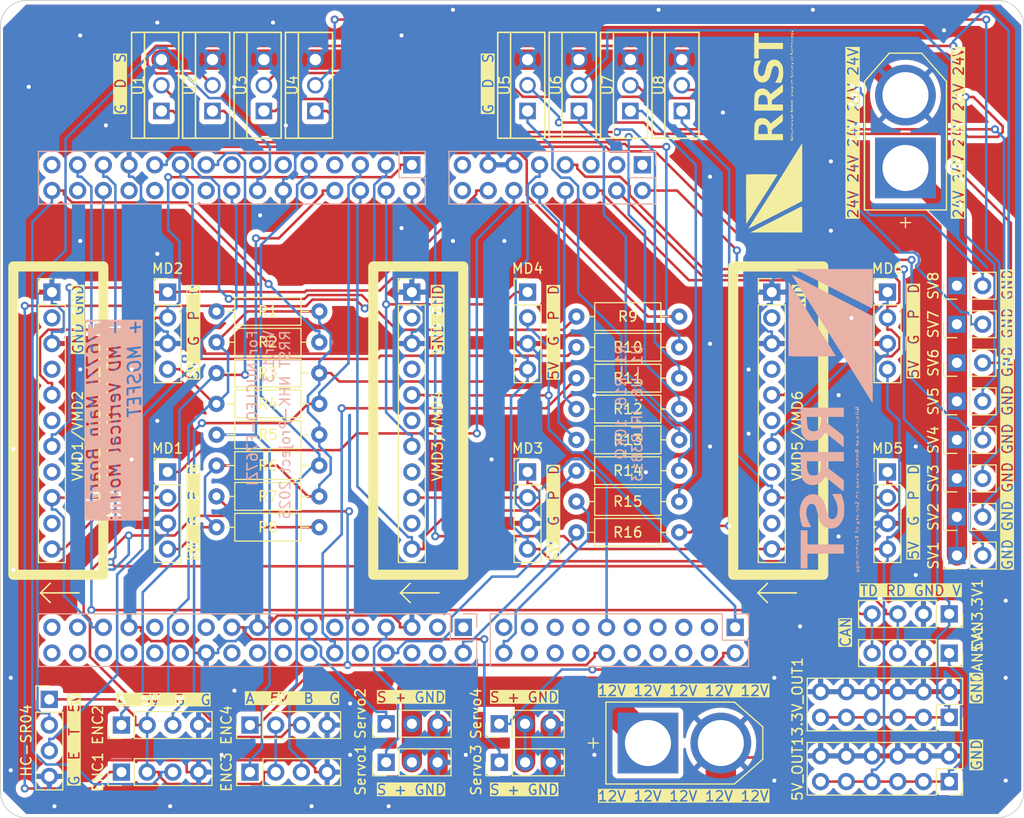
<source format=kicad_pcb>
(kicad_pcb (version 20240108) (generator "pcbnew") (generator_version "8.0")
  (layers (0 "F.Cu" signal) (31 "B.Cu" signal) (34 "B.Paste" user) (35 "F.Paste" user) (36 "B.SilkS" user "B.Silkscreen") (37 "F.SilkS" user "F.Silkscreen") (38 "B.Mask" user) (39 "F.Mask" user) (44 "Edge.Cuts" user))
  (net 0 "")
  (net 1 "GND")
  (net 2 "+3.3V")
  (net 3 "+5V")
  (net 4 "PD_1")
  (net 5 "PD_0")
  (net 6 "PC_0")
  (net 7 "PG_1")
  (net 8 "PF_2")
  (net 9 "PC_3")
  (net 10 "PF_5")
  (net 11 "PD_4")
  (net 12 "PA_6")
  (net 13 "PF_7")
  (net 14 "PF_9")
  (net 15 "PE_8")
  (net 16 "PF_10")
  (net 17 "PD_11")
  (net 18 "PB_11")
  (net 19 "PB_10")
  (net 22 "PE_7")
  (net 23 "PG_14")
  (net 24 "PD_13")
  (net 25 "PB_6")
  (net 26 "PF_13")
  (net 28 "PF_15")
  (net 30 "PF_14")
  (net 33 "PD_12")
  (net 38 "PG_9")
  (net 40 "PA_0")
  (net 41 "PB_1")
  (net 46 "PC_8")
  (net 47 "PG_3")
  (net 48 "PD_2")
  (net 50 "PC_11")
  (net 51 "PG_2")
  (net 52 "PC_10")
  (net 53 "VIN")
  (net 54 "PC_12")
  (net 56 "PC_9")
  (net 59 "PB_13")
  (net 60 "PF_12")
  (net 61 "PB_8")
  (net 62 "PC_6")
  (net 64 "PC_7")
  (net 66 "SERVO+")
  (net 69 "PF_0")
  (net 70 "PA_15")
  (net 71 "PF_1")
  (net 72 "PB_9")
  (net 74 "PB_15")
  (net 75 "PB_3")
  (net 77 "PD_3")
  (net 79 "PE_3")
  (net 80 "PD_6")
  (net 82 "PE_2")
  (net 84 "TR+")
  (net 85 "PD_7")
  (net 86 "Net-(U1-G)")
  (net 87 "PE_4")
  (net 88 "Net-(U5-G)")
  (net 90 "PF_3")
  (net 91 "PD_5")
  (net 94 "PA_3")
  (net 110 "Net-(U2-G)")
  (net 111 "Net-(U6-G)")
  (net 112 "Net-(U3-G)")
  (net 113 "Net-(U7-G)")
  (net 114 "Net-(U4-G)")
  (net 115 "Net-(U8-G)")
  (net 116 "Net-(SV1-Pin_2)")
  (net 117 "Net-(SV2-Pin_2)")
  (net 118 "Net-(SV3-Pin_2)")
  (net 119 "Net-(SV4-Pin_2)")
  (net 120 "Net-(SV5-Pin_2)")
  (net 121 "Net-(SV6-Pin_2)")
  (net 122 "Net-(SV7-Pin_2)")
  (net 123 "Net-(SV8-Pin_2)")
  (footprint "MyLibrary:PG-TO220-3_INF" (layer "F.Cu") (at 130.81 70.876 90)
    (property "Reference" "U6")
    (property "Value" "IRLB3813PBF")
  )
  (footprint "Connector_PinHeader_2.54mm:PinHeader_1x03_P2.54mm_Vertical" (layer "F.Cu") (at 111.76 131.455 90)
    (property "Reference" "Servo2")
    (property "Value" "Servo2")
  )
  (footprint "Connector_PinHeader_2.54mm:PinHeader_1x02_P2.54mm_Vertical" (layer "F.Cu") (at 168.148 88.148 90)
    (property "Reference" "SV8")
    (property "Value" "SV8")
  )
  (footprint "MyLibrary:PG-TO220-3_INF" (layer "F.Cu") (at 89.5581 70.876 90)
    (property "Reference" "U1")
    (property "Value" "IRLB3813PBF")
  )
  (footprint "Resistor_THT:R_Axial_DIN0207_L6.3mm_D2.5mm_P10.16mm_Horizontal" (layer "F.Cu") (at 130.556 91.196)
    (property "Reference" "R9")
    (property "Value" "R")
  )
  (footprint "Connector_PinHeader_2.54mm:PinHeader_1x02_P2.54mm_Vertical" (layer "F.Cu") (at 168.148 99.578 90)
    (property "Reference" "SV5")
    (property "Value" "SV5")
  )
  (footprint "Resistor_THT:R_Axial_DIN0207_L6.3mm_D2.5mm_P10.16mm_Horizontal" (layer "F.Cu") (at 94.996 93.736)
    (property "Reference" "R2")
    (property "Value" "R")
  )
  (footprint "Connector_PinHeader_2.54mm:PinHeader_1x04_P2.54mm_Vertical" (layer "F.Cu") (at 90.17 88.783)
    (property "Reference" "MD2")
    (property "Value" "MD2")
  )
  (footprint "Resistor_THT:R_Axial_DIN0207_L6.3mm_D2.5mm_P10.16mm_Horizontal" (layer "F.Cu") (at 94.996 105.928)
    (property "Reference" "R6")
    (property "Value" "R")
  )
  (footprint "Connector_PinHeader_2.54mm:PinHeader_1x03_P2.54mm_Vertical" (layer "F.Cu") (at 122.951 135.265 90)
    (property "Reference" "Servo3")
    (property "Value" "Servo3")
  )
  (footprint "Resistor_THT:R_Axial_DIN0207_L6.3mm_D2.5mm_P10.16mm_Horizontal" (layer "F.Cu") (at 130.556 103.388)
    (property "Reference" "R13")
    (property "Value" "R")
  )
  (footprint "Connector_PinHeader_2.54mm:PinHeader_1x04_P2.54mm_Vertical" (layer "F.Cu") (at 161.29 106.563)
    (property "Reference" "MD5")
    (property "Value" "MD5")
  )
  (footprint "Connector_PinHeader_2.54mm:PinHeader_1x02_P2.54mm_Vertical" (layer "F.Cu") (at 168.148 95.768 90)
    (property "Reference" "SV6")
    (property "Value" "SV6")
  )
  (footprint "Connector_PinHeader_2.54mm:PinHeader_1x02_P2.54mm_Vertical" (layer "F.Cu") (at 168.148 111.008 90)
    (property "Reference" "SV2")
    (property "Value" "SV2")
  )
  (footprint "Resistor_THT:R_Axial_DIN0207_L6.3mm_D2.5mm_P10.16mm_Horizontal" (layer "F.Cu") (at 94.996 108.976)
    (property "Reference" "R7")
    (property "Value" "R")
  )
  (footprint "Resistor_THT:R_Axial_DIN0207_L6.3mm_D2.5mm_P10.16mm_Horizontal" (layer "F.Cu") (at 130.556 97.292)
    (property "Reference" "R11")
    (property "Value" "R")
  )
  (footprint "MyLibrary:PG-TO220-3_INF" (layer "F.Cu") (at 94.6023 70.876 90)
    (property "Reference" "U2")
    (property "Value" "IRLB3813PBF")
  )
  (footprint "Connector_PinHeader_2.54mm:PinHeader_1x11_P2.54mm_Vertical" (layer "F.Cu") (at 149.86 88.783)
    (property "Reference" "VMD5/VMD6")
    (property "Value" "VMD5/VMD6")
  )
  (footprint "Connector_PinHeader_2.54mm:PinHeader_1x02_P2.54mm_Vertical" (layer "F.Cu") (at 168.148 107.198 90)
    (property "Reference" "SV3")
    (property "Value" "SV3")
  )
  (footprint "Connector_PinHeader_2.54mm:PinHeader_1x02_P2.54mm_Vertical" (layer "F.Cu") (at 168.148 91.958 90)
    (property "Reference" "SV7")
    (property "Value" "SV7")
  )
  (footprint "MyLibrary:PG-TO220-3_INF" (layer "F.Cu") (at 135.89 70.876 90)
    (property "Reference" "U7")
    (property "Value" "IRLB3813PBF")
  )
  (footprint "Connector_PinHeader_2.54mm:PinHeader_1x03_P2.54mm_Vertical" (layer "F.Cu") (at 122.936 131.455 90)
    (property "Reference" "Servo4")
    (property "Value" "Servo4")
  )
  (footprint "Resistor_THT:R_Axial_DIN0207_L6.3mm_D2.5mm_P10.16mm_Horizontal" (layer "F.Cu") (at 130.556 112.532)
    (property "Reference" "R16")
    (property "Value" "R")
  )
  (footprint "Connector_PinSocket_2.54mm:PinSocket_1x04_P2.54mm_Vertical" (layer "F.Cu") (at 167.386 124.47 -90)
    (property "Reference" "CAN5V1")
    (property "Value" "CAN5V")
  )
  (footprint "MyLibrary:PG-TO220-3_INF" (layer "F.Cu") (at 125.73 70.876 90)
    (property "Reference" "U5")
    (property "Value" "IRLB3813PBF")
  )
  (footprint "Resistor_THT:R_Axial_DIN0207_L6.3mm_D2.5mm_P10.16mm_Horizontal" (layer "F.Cu") (at 94.996 90.688)
    (property "Reference" "R1")
    (property "Value" "R")
  )
  (footprint "Resistor_THT:R_Axial_DIN0207_L6.3mm_D2.5mm_P10.16mm_Horizontal" (layer "F.Cu") (at 130.556 100.34)
    (property "Reference" "R12")
    (property "Value" "R")
  )
  (footprint "Connector_PinHeader_2.54mm:PinHeader_1x11_P2.54mm_Vertical" (layer "F.Cu") (at 114.3 88.783)
    (property "Reference" "VMD3/VMD4")
    (property "Value" "VMD3/VMD4")
  )
  (footprint "Connector_PinHeader_2.54mm:PinHeader_1x02_P2.54mm_Vertical" (layer "F.Cu") (at 168.153 114.818 90)
    (property "Reference" "SV1")
    (property "Value" "SV1")
  )
  (footprint "Connector_PinHeader_2.54mm:PinHeader_1x04_P2.54mm_Vertical" (layer "F.Cu") (at 85.608 131.582 90)
    (property "Reference" "ENC2")
    (property "Value" "ENC2")
  )
  (footprint "Connector_PinSocket_2.54mm:PinSocket_1x04_P2.54mm_Vertical" (layer "F.Cu") (at 167.386 120.594 -90)
    (property "Reference" "CAN3.3V1")
    (property "Value" "CAN3.3V")
  )
  (footprint "XT60-M_footprint:AMASS_XT60-M" (layer "F.Cu") (at 141.224 133.36)
    (property "Reference" "J4" (hide yes))
    (property "Value" "XT60-M")
  )
  (footprint "Resistor_THT:R_Axial_DIN0207_L6.3mm_D2.5mm_P10.16mm_Horizontal" (layer "F.Cu") (at 94.996 99.832)
    (property "Reference" "R4")
    (property "Value" "R")
  )
  (footprint "Connector_PinHeader_2.54mm:PinHeader_1x04_P2.54mm_Vertical" (layer "F.Cu") (at 98.308 136.232 90)
    (property "Reference" "ENC3")
    (property "Value" "ENC3")
  )
  (footprint "XT60-M_footprint:AMASS_XT60-M" (layer "F.Cu") (at 163.068 72.908 90)
    (property "Reference" "J6" (hide yes))
    (property "Value" "XT60-M")
  )
  (footprint "Connector_PinHeader_2.54mm:PinHeader_1x04_P2.54mm_Vertical" (layer "F.Cu") (at 125.73 106.563)
    (property "Reference" "MD3")
    (property "Value" "MD3")
  )
  (footprint "Connector_PinHeader_2.54mm:PinHeader_1x04_P2.54mm_Vertical" (layer "F.Cu") (at 161.29 88.783)
    (property "Reference" "MD6")
    (property "Value" "MD6")
  )
  (footprint "Connector_PinHeader_2.54mm:PinHeader_1x04_P2.54mm_Vertical" (layer "F.Cu") (at 90.17 106.563)
    (property "Reference" "MD1")
    (property "Value" "MD1")
  )
  (footprint "Connector_PinSocket_2.54mm:PinSocket_2x06_P2.54mm_Vertical" (layer "F.Cu") (at 167.386 137.17 -90)
    (property "Reference" "5V_OUT1")
    (property "Value" "5V_OUT")
  )
  (footprint "Connector_PinSocket_2.54mm:PinSocket_2x06_P2.54mm_Vertical" (layer "F.Cu") (at 167.386 130.82 -90)
    (property "Reference" "3.3V_OUT1")
    (property "Value" "3.3V_OUT")
  )
  (footprint "Resistor_THT:R_Axial_DIN0207_L6.3mm_D2.5mm_P10.16mm_Horizontal" (layer "F.Cu") (at 94.996 112.024)
    (property "Reference" "R8")
    (property "Value" "R")
  )
  (footprint "Resistor_THT:R_Axial_DIN0207_L6.3mm_D2.5mm_P10.16mm_Horizontal" (layer "F.Cu") (at 94.996 102.88)
    (property "Reference" "R5")
    (property "Value" "R")
  )
  (footprint "Resistor_THT:R_Axial_DIN0207_L6.3mm_D2.5mm_P10.16mm_Horizontal" (layer "F.Cu") (at 94.996 96.784)
    (property "Reference" "R3")
    (property "Value" "R")
  )
  (footprint "Resistor_THT:R_Axial_DIN0207_L6.3mm_D2.5mm_P10.16mm_Horizontal" (layer "F.Cu") (at 130.556 109.484)
    (property "Reference" "R15")
    (property "Value" "R")
  )
  (footprint "LOGO" (layer "F.Cu") (at 150.1117 72.908 90)
    (property "Reference" "G***" (hide yes))
    (property "Value" "LOGO" (hide yes))
  )
  (footprint "Connector_PinHeader_2.54mm:PinHeader_1x04_P2.54mm_Vertical" (layer "F.Cu") (at 85.608 136.232 90)
    (property "Reference" "ENC1")
    (property "Value" "ENC1")
  )
  (footprint "Connector_PinHeader_2.54mm:PinHeader_1x02_P2.54mm_Vertical" (layer "F.Cu") (at 168.148 103.388 90)
    (property "Reference" "SV4")
    (property "Value" "SV4")
  )
  (footprint "Connector_PinHeader_2.54mm:PinHeader_1x03_P2.54mm_Vertical" (layer "F.Cu") (at 111.76 135.265 90)
    (property "Reference" "Servo1")
    (property "Value" "Servo1")
  )
  (footprint "MyLibrary:PG-TO220-3_INF" (layer "F.Cu") (at 140.97 70.876 90)
    (property "Reference" "U8")
    (property "Value" "IRLB3813PBF")
  )
  (footprint "Resistor_THT:R_Axial_DIN0207_L6.3mm_D2.5mm_P10.16mm_Horizontal" (layer "F.Cu") (at 130.556 94.23)
    (property "Reference" "R10")
    (property "Value" "R")
  )
  (footprint "Connector_PinHeader_2.54mm:PinHeader_1x04_P2.54mm_Vertical" (layer "F.Cu") (at 78.486 129.042)
    (property "Reference" "HC-SR04")
    (property "Value" "HC-SR04")
  )
  (footprint "Resistor_THT:R_Axial_DIN0207_L6.3mm_D2.5mm_P10.16mm_Horizontal" (layer "F.Cu") (at 130.556 106.436)
    (property "Reference" "R14")
    (property "Value" "R")
  )
  (footprint "MyLibrary:PG-TO220-3_INF" (layer "F.Cu") (at 99.6823 70.876 90)
    (property "Reference" "U3")
    (property "Value" "IRLB3813PBF")
  )
  (footprint "Connector_PinHeader_2.54mm:PinHeader_1x11_P2.54mm_Vertical" (layer "F.Cu") (at 78.74 88.783)
    (property "Reference" "VMD1/VMD2")
    (property "Value" "VMD1/VMD2")
  )
  (footprint "MyLibrary:PG-TO220-3_INF" (layer "F.Cu") (at 104.7623 70.876 90)
    (property "Reference" "U4")
    (property "Value" "IRLB3813PBF")
  )
  (footprint "Connector_PinHeader_2.54mm:PinHeader_1x04_P2.54mm_Vertical" (layer "F.Cu") (at 98.308 131.582 90)
    (property "Reference" "ENC4")
    (property "Value" "ENC4")
  )
  (footprint "Connector_PinHeader_2.54mm:PinHeader_1x04_P2.54mm_Vertical" (layer "F.Cu") (at 125.73 88.783)
    (property "Reference" "MD4")
    (property "Value" "MD4")
  )
  (footprint "LOGO" (layer "B.Cu") (at 155.6997 101.483 -90)
    (property "Reference" "G***1" (hide yes))
    (property "Value" "LOGO" (hide yes))
  )
  (footprint "Connector_PinHeader_2.54mm:PinHeader_2x10_P2.54mm_Vertical" (layer "B.Cu") (at 146.24 125.3 90)
    (property "Reference" "J3" (hide yes))
    (property "Value" "Conn_02x10_Odd_Even")
  )
  (footprint "Connector_PinHeader_2.54mm:PinHeader_2x17_P2.54mm_Vertical" (layer "B.Cu") (at 119.38 125.3 90)
    (property "Reference" "J1" (hide yes))
    (property "Value" "Conn_02x17_Odd_Even")
  )
  (footprint "Connector_PinHeader_2.54mm:PinHeader_2x08_P2.54mm_Vertical" (layer "B.Cu") (at 137.08 79.58 90)
    (property "Reference" "J2" (hide yes))
    (property "Value" "Conn_02x08_Odd_Even")
  )
  (footprint "Connector_PinHeader_2.54mm:PinHeader_2x15_P2.54mm_Vertical" (layer "B.Cu") (at 114.3 79.58 90)
    (property "Reference" "J5" (hide yes))
    (property "Value" "Conn_02x15_Odd_Even")
  )
  (gr_rect (start 74.93 86.243) (end 83.82 116.723) (stroke (width 1)) (fill none) (layer "F.SilkS"))
  (gr_rect (start 110.49 86.243) (end 119.38 116.723) (stroke (width 1)) (fill none) (layer "F.SilkS"))
  (gr_rect (start 146.05 86.243) (end 154.94 116.723) (stroke (width 1)) (fill none) (layer "F.SilkS"))
  (gr_line (start 167.64 140.726) (end 172.212 140.726) (stroke (width 0.1)) (layer "Edge.Cuts"))
  (gr_line (start 73.66 137.16) (end 73.66 138.186) (stroke (width 0.1)) (layer "Edge.Cuts"))
  (gr_arc (start 76.2 140.726) (mid 74.403949 139.982051) (end 73.66 138.186) (stroke (width 0.1)) (layer "Edge.Cuts"))
  (gr_line (start 174.752 137.16) (end 174.752 138.186) (stroke (width 0.1)) (layer "Edge.Cuts"))
  (gr_line (start 73.66 137.16) (end 73.66 63.5) (stroke (width 0.1)) (layer "Edge.Cuts"))
  (gr_line (start 167.64 59.954) (end 76.2 59.954) (stroke (width 0.1)) (layer "Edge.Cuts"))
  (gr_line (start 172.212 59.954) (end 167.64 59.954) (stroke (width 0.1)) (layer "Edge.Cuts"))
  (gr_line (start 73.66 62.494) (end 73.66 63.5) (stroke (width 0.1)) (layer "Edge.Cuts"))
  (gr_arc (start 172.212 59.954) (mid 174.008051 60.697949) (end 174.752 62.494) (stroke (width 0.1)) (layer "Edge.Cuts"))
  (gr_arc (start 73.66 62.494) (mid 74.403949 60.697949) (end 76.2 59.954) (stroke (width 0.1)) (layer "Edge.Cuts"))
  (gr_line (start 174.752 62.494) (end 174.752 63.5) (stroke (width 0.1)) (layer "Edge.Cuts"))
  (gr_line (start 174.752 63.5) (end 174.752 137.16) (stroke (width 0.1)) (layer "Edge.Cuts"))
  (gr_arc (start 174.752 138.186) (mid 174.008051 139.982051) (end 172.212 140.726) (stroke (width 0.1)) (layer "Edge.Cuts"))
  (gr_line (start 167.64 140.726) (end 76.2 140.726) (stroke (width 0.1)) (layer "Edge.Cuts"))
  (gr_text "R1-R16: 10KΩ\nU1-U8: IRLB3813" (at 137.16 93.863 90) (layer "B.SilkS") (effects (font (size 1 1)) (justify left bottom mirror)))
  (gr_text "For NUCLEO-F767ZI \nVer.1.3\nRRST NHK-Project 2025" (at 102.3597 92.466 90) (layer "B.SilkS") (effects (font (size 1 1)) (justify left bottom mirror)))
  (gr_text "F767ZI Main Board\n+ MD Vertical Mount\n+ MOSFET" (at 87.63 91.323 90) (layer "B.SilkS" knockout) (effects (font (size 1.25 1.25) (thickness 0.2) (bold yes) (italic yes)) (justify left bottom mirror)))
  (gr_text "A  5V  B  G" (at 85.09 129.687 0) (layer "F.SilkS" knockout) (effects (font (size 1 1)) (justify left bottom)))
  (gr_text "S + GND" (at 110.744 138.567 0) (layer "F.SilkS" knockout) (effects (font (size 1 1)) (justify left bottom)))
  (gr_text "GND GND GND GND GND GND GND GND" (at 173.736 116.342 90) (layer "F.SilkS" knockout) (effects (font (size 1 1)) (justify left bottom)))
  (gr_text "5V  G  P  D" (at 128.905 97.546 90) (layer "F.SilkS" knockout) (effects (font (size 1 1)) (justify left bottom)))
  (gr_text "12V 12V 12V 12V 12V" (at 132.588 139.202 0) (layer "F.SilkS" knockout) (effects (font (size 1 1)) (justify left bottom)))
  (gr_text "S + GND" (at 110.744 129.423 0) (layer "F.SilkS" knockout) (effects (font (size 1 1)) (justify left bottom)))
  (gr_text "A  5V  B  G" (at 97.79 129.55 0) (layer "F.SilkS" knockout) (effects (font (size 1 1)) (justify left bottom)))
  (gr_text "24V 24V 24V 24V 24V" (at 158.496 81.588 90) (layer "F.SilkS" knockout) (effects (font (size 1 1)) (justify left bottom)))
  (gr_text "5V  G  P  D" (at 93.345 115.326 90) (layer "F.SilkS" knockout) (effects (font (size 1 1)) (justify left bottom)))
  (gr_text "GND GND\n" (at 153.162 95.006 90) (layer "F.SilkS" knockout) (effects (font (size 1 1)) (justify left bottom)))
  (gr_text "GND GND\n" (at 81.915 95.006 90) (layer "F.SilkS" knockout) (effects (font (size 1 1)) (justify left bottom)))
  (gr_text "G  E  T  5V" (at 81.534 137.678 90) (layer "F.SilkS" knockout) (effects (font (size 1 1)) (justify left bottom)))
  (gr_text "GND GND\n" (at 117.475 95.006 90) (layer "F.SilkS" knockout) (effects (font (size 1 1)) (justify left bottom)))
  (gr_text "5V  G  P  D" (at 93.345 97.546 90) (layer "F.SilkS" knockout) (effects (font (size 1 1)) (justify left bottom)))
  (gr_text "TD RD GND V" (at 158.496 118.882 0) (layer "F.SilkS" knockout) (effects (font (size 1 1)) (justify left bottom)))
  (gr_text "CAN" (at 157.734 123.962 90) (layer "F.SilkS" knockout) (effects (font (size 1 1)) (justify left bottom)))
  (gr_text "GND" (at 170.688 136.154 90) (layer "F.SilkS" knockout) (effects (font (size 1 1)) (justify left bottom)))
  (gr_text "G  D  S" (at 86.1037 71.2824 90) (layer "F.SilkS" knockout) (effects (font (size 1 1)) (justify left bottom)))
  (gr_text "5V  G  P  D" (at 164.465 97.419 90) (layer "F.SilkS" knockout) (effects (font (size 1 1)) (justify left bottom)))
  (gr_text "12V 12V 12V 12V 12V" (at 132.588 128.788 0) (layer "F.SilkS" knockout) (effects (font (size 1 1)) (justify left bottom)))
  (gr_text "GND" (at 170.688 129.55 90) (layer "F.SilkS" knockout) (effects (font (size 1 1)) (justify left bottom)))
  (gr_text "←" (at 76.327 121.041 0) (layer "F.SilkS") (effects (font (size 5 5)) (justify left bottom)))
  (gr_text "S + GND" (at 121.92 138.567 0) (layer "F.SilkS" knockout) (effects (font (size 1 1)) (justify left bottom)))
  (gr_text "5V  G  P  D" (at 128.905 115.326 90) (layer "F.SilkS" knockout) (effects (font (size 1 1)) (justify left bottom)))
  (gr_text "S + GND" (at 121.92 129.423 0) (layer "F.SilkS" knockout) (effects (font (size 1 1)) (justify left bottom)))
  (gr_text "G  D  S" (at 122.4257 71.2824 90) (layer "F.SilkS" knockout) (effects (font (size 1 1)) (justify left bottom)))
  (gr_text "5V  G  P  D" (at 164.465 115.326 90) (layer "F.SilkS" knockout) (effects (font (size 1 1)) (justify left bottom)))
  (gr_text "←" (at 111.887 121.041 0) (layer "F.SilkS") (effects (font (size 5 5)) (justify left bottom)))
  (gr_text "←" (at 147.193 121.041 0) (layer "F.SilkS") (effects (font (size 5 5)) (justify left bottom)))
  (gr_text "24V 24V 24V 24V 24V" (at 168.91 81.588 90) (layer "F.SilkS" knockout) (effects (font (size 1 1)) (justify left bottom)))
  (segment (start 153.3493 134.718) (end 153.3493 134.79) (width 0.25) (layer "F.Cu") (net 1))
  (segment (start 154.686 134.63) (end 153.5093 134.63) (width 0.25) (layer "F.Cu") (net 1))
  (segment (start 143.51 138.694) (end 144.824 137.38) (width 3) (layer "F.Cu") (net 1))
  (segment (start 128.046 138.694) (end 128.031 138.679) (width 0.25) (layer "F.Cu") (net 1))
  (segment (start 94.6023 65.796) (end 99.6823 65.796) (width 2) (layer "F.Cu") (net 1))
  (segment (start 159.766 128.28) (end 162.306 128.28) (width 0.25) (layer "F.Cu") (net 1))
  (segment (start 116.84 135.265) (end 116.84 138.44) (width 2) (layer "F.Cu") (net 1))
  (segment (start 140.97 65.796) (end 159.556 65.796) (width 2) (layer "F.Cu") (net 1))
  (segment (start 79.6627 136.662) (end 81.2694 135.0553) (width 0.25) (layer "F.Cu") (net 1))
  (segment (start 159.766 134.63) (end 162.306 134.63) (width 0.25) (layer "F.Cu") (net 1))
  (segment (start 154.686 134.63) (end 157.226 134.63) (width 0.25) (layer "F.Cu") (net 1))
  (segment (start 149.86 93.863) (end 161.29 93.863) (width 0.25) (layer "F.Cu") (net 1))
  (segment (start 153.3493 134.79) (end 153.5093 134.63) (width 0.25) (layer "F.Cu") (net 1))
  (segment (start 162.306 128.28) (end 164.846 128.28) (width 0.25) (layer "F.Cu") (net 1))
  (segment (start 149.86 93.863) (end 148.6833 93.863) (width 0.25) (layer "F.Cu") (net 1))
  (segment (start 144.824 137.38) (end 144.824 133.36) (width 3) (layer "F.Cu") (net 1))
  (segment (start 99.6823 65.796) (end 104.7623 65.796) (width 2) (layer "F.Cu") (net 1))
  (segment (start 157.226 128.28) (end 159.766 128.28) (width 0.25) (layer "F.Cu") (net 1))
  (segment (start 107.5579 136.6852) (end 116.84 136.6852) (width 0.25) (layer "F.Cu") (net 1))
  (segment (start 128.016 131.455) (end 128.016 135.25) (width 2) (layer "F.Cu") (net 1))
  (segment (start 116.84 131.455) (end 116.84 135.265) (width 2) (layer "F.Cu") (net 1))
  (segment (start 113.1233 121.92) (end 113.1233 121.5217) (width 0.25) (layer "F.Cu") (net 1))
  (segment (start 111.5558 93.863) (end 113.1233 93.863) (width 0.25) (layer "F.Cu") (net 1))
  (segment (start 86.36 121.92) (end 87.5367 121.92) (width 0.25) (layer "F.Cu") (net 1))
  (segment (start 92.0513 135.0553) (end 92.0513 136.232) (width 0.25) (layer "F.Cu") (net 1))
  (segment (start 116.84 138.44) (end 116.84 138.694) (width 0.25) (layer "F.Cu") (net 1))
  (segment (start 154.686 128.28) (end 157.226 128.28) (width 0.25) (layer "F.Cu") (net 1))
  (segment (start 152.1437 128.9404) (end 152.1437 133.5124) (width 0.25) (layer "F.Cu") (net 1))
  (segment (start 87.5367 121.92) (end 87.5367 122.2878) (width 0.25) (layer "F.Cu") (net 1))
  (segment (start 104.7513 135.8642) (end 104.7513 136.232) (width 0.25) (layer "F.Cu") (net 1))
  (segment (start 99.06 121.92) (end 100.2367 121.92) (width 0.25) (layer "F.Cu") (net 1))
  (segment (start 128.016 138.694) (end 116.586 138.694) (width 3) (layer "F.Cu") (net 1))
  (segment (start 114.3 93.863) (end 113.1233 93.863) (width 0.25) (layer "F.Cu") (net 1))
  (segment (start 128.016 133.3525) (end 128.031 133.3675) (width 0.25) (layer "F.Cu") (net 1))
  (segment (start 89.5581 65.796) (end 94.6023 65.796) (width 2) (layer "F.Cu") (net 1))
  (segment (start 113.1233 121.5217) (end 112.3449 120.7433) (width 0.25) (layer "F.Cu") (net 1))
  (segment (start 135.89 65.796) (end 140.97 65.796) (width 2) (layer "F.Cu") (net 1))
  (segment (start 152.1437 133.5124) (end 153.3493 134.718) (width 0.25) (layer "F.Cu") (net 1))
  (segment (start 88.5322 123.2833) (end 91.9944 123.2833) (width 0.25) (layer "F.Cu") (net 1))
  (segment (start 130.81 65.796) (end 135.89 65.796) (width 2) (layer "F.Cu") (net 1))
  (segment (start 92.0513 135.0553) (end 103.9424 135.0553) (width 0.25) (layer "F.Cu") (net 1))
  (segment (start 105.928 136.232) (end 104.7513 136.232) (width 0.25) (layer "F.Cu") (net 1))
  (segment (start 81.2694 135.0553) (end 92.0513 135.0553) (width 0.25) (layer "F.Cu") (net 1))
  (segment (start 110.551 94.8678) (end 111.5558 93.863) (width 0.25) (layer "F.Cu") (net 1))
  (segment (start 91.9944 123.2833) (end 92.8033 124.0922) (width 0.25) (layer "F.Cu") (net 1))
  (segment (start 143.51 138.694) (end 128.016 138.694) (width 3) (layer "F.Cu") (net 1))
  (segment (start 100.2367 121.5522) (end 100.2367 121.92) (width 0.25) (layer "F.Cu") (net 1))
  (segment (start 127.7056 93.0641) (end 147.8844 93.0641) (width 0.25) (layer "F.Cu") (net 1))
  (segment (start 157.226 134.63) (end 159.766 134.63) (width 0.25) (layer "F.Cu") (net 1))
  (segment (start 104.7623 65.796) (end 125.73 65.796) (width 2) (layer "F.Cu") (net 1))
  (segment (start 107.1047 136.232) (end 107.5579 136.6852) (width 0.25) (layer "F.Cu") (net 1))
  (segment (start 152.8041 128.28) (end 152.1437 128.9404) (width 0.25) (layer "F.Cu") (net 1))
  (segment (start 162.306 134.63) (end 164.846 134.63) (width 0.25) (layer "F.Cu") (net 1))
  (segment (start 78.486 136.662) (end 79.6627 136.662) (width 0.25) (layer "F.Cu") (net 1))
  (segment (start 128.031 133.3675) (end 128.031 135.265) (width 0.25) (layer "F.Cu") (net 1))
  (segment (start 147.8844 93.0641) (end 148.6833 93.863) (width 0.25) (layer "F.Cu") (net 1))
  (segment (start 101.0456 120.7433) (end 100.2367 121.5522) (width 0.25) (layer "F.Cu") (net 1))
  (segment (start 125.73 65.796) (end 130.81 65.796) (width 2) (layer "F.Cu") (net 1))
  (segment (start 90.17 93.863) (end 91.3467 93.863) (width 0.25) (layer "F.Cu") (net 1))
  (segment (start 91.3467 93.863) (end 92.3515 94.8678) (width 0.25) (layer "F.Cu") (net 1))
  (segment (start 93.228 136.232) (end 92.0513 136.232) (width 0.25) (layer "F.Cu") (net 1))
  (segment (start 93.98 124.46) (end 92.8033 124.46) (width 0.25) (layer "F.Cu") (net 1))
  (segment (start 114.3 93.863) (end 125.73 93.863) (width 0.25) (layer "F.Cu") (net 1))
  (segment (start 78.74 93.863) (end 90.17 93.863) (width 0.25) (layer "F.Cu") (net 1))
  (segment (start 154.686 128.28) (end 152.8041 128.28) (width 0.25) (layer "F.Cu") (net 1))
  (segment (start 126.9067 93.863) (end 127.7056 93.0641) (width 0.25) (layer "F.Cu") (net 1))
  (segment (start 144.824 134.79) (end 153.3493 134.79) (width 0.25) (layer "F.Cu") (net 1))
  (segment (start 87.5367 122.2878) (end 88.5322 123.2833) (width 0.25) (layer "F.Cu") (net 1))
  (segment (start 114.3 121.92) (end 113.1233 121.92) (width 0.25) (layer "F.Cu") (net 1))
  (segment (start 125.73 93.863) (end 126.9067 93.863) (width 0.25) (layer "F.Cu") (net 1))
  (segment (start 103.9424 135.0553) (end 104.7513 135.8642) (width 0.25) (layer "F.Cu") (net 1))
  (segment (start 121.84 76.2) (end 124.38 76.2) (width 0.25) (layer "F.Cu") (net 1))
  (segment (start 164.846 128.28) (end 167.386 128.28) (width 0.25) (layer "F.Cu") (net 1))
  (segment (start 128.031 135.265) (end 128.031 138.679) (width 2) (layer "F.Cu") (net 1))
  (segment (start 105.928 136.232) (end 107.1047 136.232) (width 0.25) (layer "F.Cu") (net 1))
  (segment (start 92.8033 124.0922) (end 92.8033 124.46) (width 0.25) (layer "F.Cu") (net 1))
  (segment (start 159.556 65.796) (end 163.068 69.308) (width 2) (layer "F.Cu") (net 1))
  (segment (start 164.846 134.63) (end 167.386 134.63) (width 0.25) (layer "F.Cu") (net 1))
  (segment (start 112.3449 120.7433) (end 101.0456 120.7433) (width 0.25) (layer "F.Cu") (net 1))
  (segment (start 92.3515 94.8678) (end 110.551 94.8678) (width 0.25) (layer "F.Cu") (net 1))
  (via (at 108.2017 129.4484) (size 0.8) (drill 0.4) (layers "F.Cu" "B.Cu") (net 1))
  (via (at 74.6737 136.0524) (size 0.8) (drill 0.4) (layers "F.Cu" "B.Cu") (net 1))
  (via (at 101.8517 72.2984) (size 0.8) (drill 0.4) (layers "F.Cu" "B.Cu") (net 1))
  (via (at 147.5717 102.7784) (size 0.8) (drill 0.4) (layers "F.Cu" "B.Cu") (net 1))
  (via (at 145.0317 71.0284) (size 0.8) (drill 0.4) (layers "F.Cu" "B.Cu") (net 1))
  (via (at 113.2817 63.4084) (size 0.8) (drill 0.4) (layers "F.Cu" "B.Cu") (net 1))
  (via (at 118.3617 60.8684) (size 0.8) (drill 0.4) (layers "F.Cu" "B.Cu") (net 1))
  (via (at 74.6737 126.9084) (size 0.8) (drill 0.4) (layers "F.Cu" "B.Cu") (net 1))
  (via (at 172.9717 119.2884) (size 0.8) (drill 0.4) (layers "F.Cu" "B.Cu") (net 1))
  (via (at 172.9717 114.2084) (size 0.8) (drill 0.4) (layers "F.Cu" "B.Cu") (net 1))
  (via (at 89.1517 62.1384) (size 0.8) (drill 0.4) (layers "F.Cu" "B.Cu") (net 1))
  (via (at 112.0117 139.6084) (size 0.8) (drill 0.4) (layers "F.Cu" "B.Cu") (net 1))
  (via (at 104.3917 139.6084) (size 0.8) (drill 0.4) (layers "F.Cu" "B.Cu") (net 1))
  (via (at 132.3317 134.5284) (size 0.8) (drill 0.4) (layers "F.Cu" "B.Cu") (net 1))
  (via (at 95.5017 134.5284) (size 0.8) (drill 0.4) (layers "F.Cu" "B.Cu") (net 1))
  (via (at 81.5317 83.7284) (size 0.8) (drill 0.4) (layers "F.Cu" "B.Cu") (net 1))
  (via (at 143.7617 104.0484) (size 0.8) (drill 0.4) (layers "F.Cu" "B.Cu") (net 1))
  (via (at 138.6817 60.8684) (size 0.8) (drill 0.4) (layers "F.Cu" "B.Cu") (net 1))
  (via (at 155.6997 82.7124) (size 0.8) (drill 0.4) (layers "F.Cu" "B.Cu") (net 1))
  (via (at 155.6997 75.8544) (size 0.8) (drill 0.4) (layers "F.Cu" "B.Cu") (net 1))
  (via (at 119.6317 134.5284) (size 0.8) (drill 0.4) (layers "F.Cu" "B.Cu") (net 1))
  (via (at 100.5817 62.1384) (size 0.8) (drill 0.4) (layers "F.Cu" "B.Cu") (net 1))
  (via (at 172.9717 126.9084) (size 0.8) (drill 0.4) (layers "F.Cu" "B.Cu") (net 1))
  (via (at 132.3317 98.9684) (size 0.8) (drill 0.4) (layers "F.Cu" "B.Cu") (net 1))
  (via (at 96.7717 68.4884) (size 0.8) (drill 0.4) (layers "F.Cu" "B.Cu") (net 1))
  (via (at 118.3617 83.7284) (size 0.8) (drill 0.4) (layers "F.Cu" "B.Cu") (net 1))
  (via (at 150.1117 126.9084) (size 0.8) (drill 0.4) (layers "F.Cu" "B.Cu") (net 1))
  (via (at 89.1517 84.9984) (size 0.8) (drill 0.4) (layers "F.Cu" "B.Cu") (net 1))
  (via (at 164.0817 116.7484) (size 0.8) (drill 0.4) (layers "F.Cu" "B.Cu") (net 1))
  (via (at 76.4517 68.4884) (size 0.8) (drill 0.4) (layers "F.Cu" "B.Cu") (net 1))
  (via (at 164.0817 104.0484) (size 0.8) (drill 0.4) (layers "F.Cu" "B.Cu") (net 1))
  (via (at 143.7617 93.8884) (size 0.8) (drill 0.4) (layers "F.Cu" "B.Cu") (net 1))
  (via (at 86.6117 105.3184) (size 0.8) (drill 0.4) (layers "F.Cu" "B.Cu") (net 1))
  (via (at 99.3117 81.1884) (size 0.8) (drill 0.4) (layers "F.Cu" "B.Cu") (net 1))
  (via (at 150.1117 137.0684) (size 0.8) (drill 0.4) (layers "F.Cu" "B.Cu") (net 1))
  (via (at 152.6517 121.8284) (size 0.8) (drill 0.4) (layers "F.Cu" "B.Cu") (net 1))
  (via (at 166.8757 62.9004) (size 0.8) (drill 0.4) (layers "F.Cu" "B.Cu") (net 1))
  (via (at 153.9217 60.8684) (size 0.8) (drill 0.4) (layers "F.Cu" "B.Cu") (net 1))
  (via (at 172.9717 137.0684) (size 0.8) (drill 0.4) (layers "F.Cu" "B.Cu") (net 1))
  (via (at 74.9277 104.3024) (size 0.8) (drill 0.4) (layers "F.Cu" "B.Cu") (net 1))
  (via (at 78.9917 139.6084) (size 0.8) (drill 0.4) (layers "F.Cu" "B.Cu") (net 1))
  (via (at 86.6117 96.4284) (size 0.8) (drill 0.4) (layers "F.Cu" "B.Cu") (net 1))
  (via (at 81.5317 63.4084) (size 0.8) (drill 0.4) (layers "F.Cu" "B.Cu") (net 1))
  (via (at 143.7617 77.3784) (size 0.8) (drill 0.4) (layers "F.Cu" "B.Cu") (net 1))
  (via (at 156.4617 98.9684) (size 0.8) (drill 0.4) (layers "F.Cu" "B.Cu") (net 1))
  (via (at 84.0717 72.2984) (size 0.8) (drill 0.4) (layers "F.Cu" "B.Cu") (net 1))
  (via (at 74.9277 116.2404) (size 0.8) (drill 0.4) (layers "F.Cu" "B.Cu") (net 1))
  (via (at 113.2817 82.4584) (size 0.8) (drill 0.4) (layers "F.Cu" "B.Cu") (net 1))
  (via (at 156.4617 112.9384) (size 0.8) (drill 0.4) (layers "F.Cu" "B.Cu") (net 1))
  (via (at 147.5717 96.4284) (size 0.8) (drill 0.4) (layers "F.Cu" "B.Cu") (net 1))
  (via (at 108.2017 134.5284) (size 0.8) (drill 0.4) (layers "F.Cu" "B.Cu") (net 1))
  (via (at 81.5317 105.3184) (size 0.8) (drill 0.4) (layers "F.Cu" "B.Cu") (net 1))
  (via (at 137.4117 106.5884) (size 0.8) (drill 0.4) (layers "F.Cu" "B.Cu") (net 1))
  (via (at 157.7317 91.3484) (size 0.8) (drill 0.4) (layers "F.Cu" "B.Cu") (net 1))
  (via (at 96.7717 128.1784) (size 0.8) (drill 0.4) (layers "F.Cu" "B.Cu") (net 1))
  (via (at 89.1517 101.5084) (size 0.8) (drill 0.4) (layers "F.Cu" "B.Cu") (net 1))
  (via (at 90.4217 139.6084) (size 0.8) (drill 0.4) (layers "F.Cu" "B.Cu") (net 1))
  (via (at 81.5317 96.4284) (size 0.8) (drill 0.4) (layers "F.Cu" "B.Cu") (net 1))
  (via (at 123.4417 83.7284) (size 0.8) (drill 0.4) (layers "F.Cu" "B.Cu") (net 1))
  (via (at 122.1717 105.3184) (size 0.8) (drill 0.4) (layers "F.Cu" "B.Cu") (net 1))
  (segment (start 149.4922 92.6863) (end 148.6833 91.8774) (width 0.25) (layer "B.Cu") (net 1))
  (segment (start 101.6 77.5633) (end 101.9678 77.5633) (width 0.25) (layer "B.Cu") (net 1))
  (segment (start 161.29 93.863) (end 161.29 95.0397) (width 0.25) (layer "B.Cu") (net 1))
  (segment (start 87.5367 90.4207) (end 89.8023 92.6863) (width 0.25) (layer "B.Cu") (net 1))
  (segment (start 124.5533 105.5776) (end 126.9066 103.2243) (width 0.25) (layer "B.Cu") (net 1))
  (segment (start 149.86 92.6863) (end 149.4922 92.6863) (width 0.25) (layer "B.Cu") (net 1))
  (segment (start 97.8833 121.92) (end 97.8833 122.2878) (width 0.25) (layer "B.Cu") (net 1))
  (segment (start 93.98 129.6533) (end 93.228 130.4053) (width 0.25) (layer "B.Cu") (net 1))
  (segment (start 78.74 93.863) (end 78.74 92.6863) (width 0.25) (layer "B.Cu") (net 1))
  (segment (start 148.6833 91.8774) (end 148.6833 90.7686) (width 0.25) (layer "B.Cu") (net 1))
  (segment (start 125.73 111.643) (end 125.73 110.4663) (width 0.25) (layer "B.Cu") (net 1))
  (segment (start 126.9067 103.2243) (end 126.9067 95.0397) (width 0.25) (layer "B.Cu") (net 1))
  (segment (start 90.17 93.863) (end 90.17 92.6863) (width 0.25) (layer "B.Cu") (net 1))
  (segment (start 86.36 120.7433) (end 86.36 116.2641) (width 0.25) (layer "B.Cu") (net 1))
  (segment (start 89.8023 92.6863) (end 90.17 92.6863) (width 0.25) (layer "B.Cu") (net 1))
  (segment (start 115.4767 91.8773) (end 115.4767 90.7686) (width 0.25) (layer "B.Cu") (net 1))
  (segment (start 86.36 77.3767) (end 86.7278 77.3767) (width 0.25) (layer "B.Cu") (net 1))
  (segment (start 124.38 67.146) (end 124.38 76.2) (width 0.25) (layer "B.Cu") (net 1))
  (segment (start 79.8488 92.6863) (end 79.9167 92.6184) (width 0.25) (layer "B.Cu") (net 1))
  (segment (start 93.228 131.582) (end 93.228 130.4053) (width 0.25) (layer "B.Cu") (net 1))
  (segment (start 93.228 136.232) (end 93.228 131.582) (width 0.25) (layer "B.Cu") (net 1))
  (segment (start 161.29 111.0546) (end 161.29 110.4663) (width 0.25) (layer "B.Cu") (net 1))
  (segment (start 148.6833 90.7686) (end 149.4922 89.9597) (width 0.25) (layer "B.Cu") (net 1))
  (segment (start 125.73 65.796) (end 124.38 67.146) (width 0.25) (layer "B.Cu") (net 1))
  (segment (start 86.36 121.92) (end 86.36 120.7433) (width 0.25) (layer "B.Cu") (net 1))
  (segment (start 114.3 88.783) (end 114.3 89.9597) (width 0.25) (layer "B.Cu") (net 1))
  (segment (start 161.29 111.0546) (end 157.226 115.1186) (width 0.25) (layer "B.Cu") (net 1))
  (segment (start 164.846 124.47) (end 164.846 128.28) (width 0.25) (layer "B.Cu") (net 1))
  (segment (start 149.86 88.783) (end 149.86 89.9597) (width 0.25) (layer "B.Cu") (net 1))
  (segment (start 149.4922 89.9597) (end 149.86 89.9597) (width 0.25) (layer "B.Cu") (net 1))
  (segment (start 125.73 110.4663) (end 125.3622 110.4663) (width 0.25) (layer "B.Cu") (net 1))
  (segment (start 97.8833 122.2878) (end 96.8878 123.2833) (width 0.25) (layer "B.Cu") (net 1))
  (segment (start 114.6677 92.6863) (end 115.4767 91.8773) (width 0.25) (layer "B.Cu") (net 1))
  (segment (start 160.9222 110.4663) (end 161.29 110.4663) (width 0.25) (layer "B.Cu") (net 1))
  (segment (start 157.226 115.1186) (end 157.226 128.28) (width 0.25) (layer "B.Cu") (net 1))
  (segment (start 126.9067 95.0397) (end 125.73 93.863) (width 0.25) (layer "B.Cu") (net 1))
  (segment (start 89.5581 65.796) (end 86.36 68.9941) (width 0.25) (layer "B.Cu") (net 1))
  (segment (start 96.8878 123.2833) (end 95.9656 123.2833) (width 0.25) (layer "B.Cu") (net 1))
  (segment (start 149.86 93.863) (end 149.86 92.6863) (width 0.25) (layer "B.Cu") (net 1))
  (segment (start 95.9656 123.2833) (end 95.1567 124.0922) (width 0.25) (layer "B.Cu") (net 1))
  (segment (start 114.3 92.6863) (end 114.6677 92.6863) (width 0.25) (layer "B.Cu") (net 1))
  (segment (start 161.29 95.0397) (end 160.9223 95.0397) (width 0.25) (layer "B.Cu") (net 1))
  (segment (start 164.846 120.594) (end 164.846 124.47) (width 0.25) (layer "B.Cu") (net 1))
  (segment (start 90.17 111.643) (end 90.17 112.8197) (width 0.25) (layer "B.Cu") (net 1))
  (segment (start 114.3 93.863) (end 114.3 92.6863) (width 0.25) (layer "B.Cu") (net 1))
  (segment (start 115.4767 90.7686) (end 114.6678 89.9597) (width 0.25) (layer "B.Cu") (net 1))
  (segment (start 101.9678 77.5633) (end 102.7767 76.7544) (width 0.25) (layer "B.Cu") (net 1))
  (segment (start 160.1133 95.8487) (end 160.1133 109.6574) (width 0.25) (layer "B.Cu") (net 1))
  (segment (start 99.06 121.92) (end 97.8833 121.92) (width 0.25) (layer "B.Cu") (net 1))
  (segment (start 79.1078 89.9597) (end 78.74 89.9597) (width 0.25) (layer "B.Cu") (net 1))
  (segment (start 86.36 68.9941) (end 86.36 76.2) (width 0.25) (layer "B.Cu") (net 1))
  (segment (start 93.98 124.46) (end 93.98 129.6533) (width 0.25) (layer "B.Cu") (net 1))
  (segment (start 78.74 89.9597) (end 78.74 88.783) (width 0.25) (layer "B.Cu") (net 1))
  (segment (start 161.29 111.643) (end 161.29 111.0546) (width 0.25) (layer "B.Cu") (net 1))
  (segment (start 93.98 124.46) (end 95.1567 124.46) (width 0.25) (layer "B.Cu") (net 1))
  (segment (start 95.1567 124.0922) (end 95.1567 124.46) (width 0.25) (layer "B.Cu") (net 1))
  (segment (start 86.36 116.2641) (end 89.8044 112.8197) (width 0.25) (layer "B.Cu") (net 1))
  (segment (start 160.1133 109.6574) (end 160.9222 110.4663) (width 0.25) (layer "B.Cu") (net 1))
  (segment (start 86.7278 77.3767) (end 87.5367 78.1856) (width 0.25) (layer "B.Cu") (net 1))
  (segment (start 86.36 76.2) (end 86.36 77.3767) (width 0.25) (layer "B.Cu") (net 1))
  (segment (start 160.9223 95.0397) (end 160.1133 95.8487) (width 0.25) (layer "B.Cu") (net 1))
  (segment (start 102.7767 76.7544) (end 102.7767 67.7816) (width 0.25) (layer "B.Cu") (net 1))
  (segment (start 78.74 92.6863) (end 79.8488 92.6863) (width 0.25) (layer "B.Cu") (net 1))
  (segment (start 114.6678 89.9597) (end 114.3 89.9597) (width 0.25) (layer "B.Cu") (net 1))
  (segment (start 124.5533 109.6574) (end 124.5533 105.5776) (width 0.25) (layer "B.Cu") (net 1))
  (segment (start 89.8044 112.8197) (end 90.17 112.8197) (width 0.25) (layer "B.Cu") (net 1))
  (segment (start 79.9167 90.7686) (end 79.1078 89.9597) (width 0.25) (layer "B.Cu") (net 1))
  (segment (start 101.6 78.74) (end 101.6 77.5633) (width 0.25) (layer "B.Cu") (net 1))
  (segment (start 87.5367 78.1856) (end 87.5367 90.4207) (width 0.25) (layer "B.Cu") (net 1))
  (segment (start 102.7767 67.7816) (end 104.7623 65.796) (width 0.25) (layer "B.Cu") (net 1))
  (segment (start 125.3622 110.4663) (end 124.5533 109.6574) (width 0.25) (layer "B.Cu") (net 1))
  (segment (start 126.9066 103.2243) (end 126.9067 103.2243) (width 0.25) (layer "B.Cu") (net 1))
  (segment (start 105.928 131.582) (end 105.928 136.232) (width 0.25) (layer "B.Cu") (net 1))
  (segment (start 79.9167 92.6184) (end 79.9167 90.7686) (width 0.25) (layer "B.Cu") (net 1))
  (segment (start 162.306 130.82) (end 164.846 130.82) (width 0.25) (layer "F.Cu") (net 2))
  (segment (start 134.8775 77.3767) (end 135.81 78.3092) (width 0.25) (layer "F.Cu") (net 2))
  (segment (start 130.6367 76.5678) (end 131.4456 77.3767) (width 0.25) (layer "F.Cu") (net 2))
  (segment (start 135.81 78.3092) (end 135.81 79.1852) (width 0.25) (layer "F.Cu") (net 2))
  (segment (start 129.46 76.2) (end 130.6367 76.2) (width 0.25) (layer "F.Cu") (net 2))
  (segment (start 157.226 130.82) (end 159.766 130.82) (width 0.25) (layer "F.Cu") (net 2))
  (segment (start 159.766 130.82) (end 162.306 130.82) (width 0.25) (layer "F.Cu") (net 2))
  (segment (start 164.846 130.82) (end 167.386 130.82) (width 0.25) (layer "F.Cu") (net 2))
  (segment (start 154.686 130.82) (end 157.226 130.82) (width 0.25) (layer "F.Cu") (net 2))
  (segment (start 131.4456 77.3767) (end 134.8775 77.3767) (width 0.25) (layer "F.Cu") (net 2))
  (segment (start 143.1405 86.5157) (end 162.9169 86.5157) (width 0.25) (layer "F.Cu") (net 2))
  (segment (start 135.81 79.1852) (end 143.1405 86.5157) (width 0.25) (layer "F.Cu") (net 2))
  (segment (start 130.6367 76.2) (end 130.6367 76.5678) (width 0.25) (layer "F.Cu") (net 2))
  (via (at 162.9169 86.5157) (size 0.8) (drill 0.4) (layers "F.Cu" "B.Cu") (net 2))
  (segment (start 162.9169 101.2982) (end 162.9169 86.5157) (width 0.25) (layer "B.Cu") (net 2))
  (segment (start 167.0183 129.6433) (end 166.2093 128.8343) (width 0.25) (layer "B.Cu") (net 2))
  (segment (start 167.386 119.4173) (end 166.2093 118.2406) (width 0.25) (layer "B.Cu") (net 2))
  (segment (start 167.386 130.82) (end 167.386 129.6433) (width 0.25) (layer "B.Cu") (net 2))
  (segment (start 167.386 120.594) (end 167.386 119.4173) (width 0.25) (layer "B.Cu") (net 2))
  (segment (start 166.2093 128.8343) (end 166.2093 122.9474) (width 0.25) (layer "B.Cu") (net 2))
  (segment (start 167.386 129.6433) (end 167.0183 129.6433) (width 0.25) (layer "B.Cu") (net 2))
  (segment (start 166.2093 104.5906) (end 162.9169 101.2982) (width 0.25) (layer "B.Cu") (net 2))
  (segment (start 166.2093 122.9474) (end 167.386 121.7707) (width 0.25) (layer "B.Cu") (net 2))
  (segment (start 166.2093 118.2406) (end 166.2093 104.5906) (width 0.25) (layer "B.Cu") (net 2))
  (segment (start 167.386 120.594) (end 167.386 121.7707) (width 0.25) (layer "B.Cu") (net 2))
  (segment (start 123.339 97.6173) (end 107.116 97.6173) (width 0.25) (layer "F.Cu") (net 3))
  (segment (start 93.5057 112.024) (end 94.996 112.024) (width 0.25) (layer "F.Cu") (net 3))
  (segment (start 125.73 96.403) (end 124.5533 96.403) (width 0.25) (layer "F.Cu") (net 3))
  (segment (start 157.226 137.17) (end 159.766 137.17) (width 0.25) (layer "F.Cu") (net 3))
  (segment (start 159.766 137.17) (end 162.306 137.17) (width 0.25) (layer "F.Cu") (net 3))
  (segment (start 91.3467 96.403) (end 94.7757 99.832) (width 0.25) (layer "F.Cu") (net 3))
  (segment (start 94.7757 99.832) (end 94.996 99.832) (width 0.25) (layer "F.Cu") (net 3))
  (segment (start 90.1336 137.4087) (end 89.3247 136.5998) (width 0.25) (layer "F.Cu") (net 3))
  (segment (start 89.3247 136.5998) (end 89.3247 136.232) (width 0.25) (layer "F.Cu") (net 3))
  (segment (start 91.3467 114.183) (end 93.5057 112.024) (width 0.25) (layer "F.Cu") (net 3))
  (segment (start 100.9813 105.928) (end 94.996 105.928) (width 0.25) (layer "F.Cu") (net 3))
  (segment (start 158.9106 115.3857) (end 128.1094 115.3857) (width 0.25) (layer "F.Cu") (net 3))
  (segment (start 88.148 136.232) (end 89.3247 136.232) (width 0.25) (layer "F.Cu") (net 3))
  (segment (start 85.2403 129.042) (end 78.486 129.042) (width 0.25) (layer "F.Cu") (net 3))
  (segment (start 154.686 137.17) (end 157.226 137.17) (width 0.25) (layer "F.Cu") (net 3))
  (segment (start 99.6713 137.041) (end 99.3036 137.4087) (width 0.25) (layer "F.Cu") (net 3))
  (segment (start 86.9713 131.582) (end 86.9713 130.773) (width 0.25) (layer "F.Cu") (net 3))
  (segment (start 164.846 137.17) (end 167.386 137.17) (width 0.25) (layer "F.Cu") (net 3))
  (segment (start 162.306 137.17) (end 164.846 137.17) (width 0.25) (layer "F.Cu") (net 3))
  (segment (start 99.3036 137.4087) (end 90.1336 137.4087) (width 0.25) (layer "F.Cu") (net 3))
  (segment (start 160.1133 114.183) (end 158.9106 115.3857) (width 0.25) (layer "F.Cu") (net 3))
  (segment (start 104.0293 108.976) (end 100.9813 105.928) (width 0.25) (layer "F.Cu") (net 3))
  (segment (start 125.73 114.183) (end 126.9067 114.183) (width 0.25) (layer "F.Cu") (net 3))
  (segment (start 94.996 93.736) (end 98.044 90.688) (width 0.25) (layer "F.Cu") (net 3))
  (segment (start 107.116 97.6173) (end 106.2827 96.784) (width 0.25) (layer "F.Cu") (net 3))
  (segment (start 86.9713 130.773) (end 85.2403 129.042) (width 0.25) (layer "F.Cu") (net 3))
  (segment (start 98.044 90.688) (end 104.0293 90.688) (width 0.25) (layer "F.Cu") (net 3))
  (segment (start 90.17 114.183) (end 91.3467 114.183) (width 0.25) (layer "F.Cu") (net 3))
  (segment (start 105.156 108.976) (end 104.0293 108.976) (width 0.25) (layer "F.Cu") (net 3))
  (segment (start 161.29 114.183) (end 160.1133 114.183) (width 0.25) (layer "F.Cu") (net 3))
  (segment (start 105.156 90.688) (end 104.0293 90.688) (width 0.25) (layer "F.Cu") (net 3))
  (segment (start 100.848 136.232) (end 99.6713 136.232) (width 0.25) (layer "F.Cu") (net 3))
  (segment (start 128.1094 115.3857) (end 126.9067 114.183) (width 0.25) (layer "F.Cu") (net 3))
  (segment (start 90.17 96.403) (end 91.3467 96.403) (width 0.25) (layer "F.Cu") (net 3))
  (segment (start 88.148 131.582) (end 86.9713 131.582) (width 0.25) (layer "F.Cu") (net 3))
  (segment (start 124.5533 96.403) (end 123.339 97.6173) (width 0.25) (layer "F.Cu") (net 3))
  (segment (start 105.156 96.784) (end 106.2827 96.784) (width 0.25) (layer "F.Cu") (net 3))
  (segment (start 99.6713 136.232) (end 99.6713 137.041) (width 0.25) (layer "F.Cu") (net 3))
  (segment (start 160.9427 115.707) (end 161.29 115.3597) (width 0.25) (layer "B.Cu") (net 3))
  (segment (start 105.156 104.0067) (end 106.2827 105.1334) (width 0.25) (layer "B.Cu") (net 3))
  (segment (start 167.386 124.47) (end 167.386 125.6467) (width 0.25) (layer "B.Cu") (net 3))
  (segment (start 125.3622 95.2263) (end 125.73 95.2263) (width 0.25) (layer "B.Cu") (net 3))
  (segment (start 100.848 136.232) (end 100.848 131.582) (width 0.25) (layer "B.Cu") (net 3))
  (segment (start 105.156 102.88) (end 105.156 104.0067) (width 0.25) (layer "B.Cu") (net 3))
  (segment (start 104.0293 100.6266) (end 105.156 101.7533) (width 0.25) (layer "B.Cu") (net 3))
  (segment (start 126.92 77.3767) (end 126.5522 77.3767) (width 0.25) (layer "B.Cu") (net 3))
  (segment (start 105.156 90.688) (end 105.156 91.8147) (width 0.25) (layer "B.Cu") (net 3))
  (segment (start 105.156 96.784) (end 105.156 95.6573) (width 0.25) (layer "B.Cu") (net 3))
  (segment (start 106.2827 94.5306) (end 106.2827 92.9414) (width 0.25) (layer "B.Cu") (net 3))
  (segment (start 162.4667 112.1974) (end 161.6578 113.0063) (width 0.25) (layer "B.Cu") (net 3))
  (segment (start 124.5533 86.7072) (end 124.5533 94.4174) (width 0.25) (layer "B.Cu") (net 3))
  (segment (start 167.386 135.9933) (end 167.7537 135.9933) (width 0.25) (layer "B.Cu") (net 3))
  (segment (start 162.4667 101.4868) (end 162.4667 112.1974) (width 0.25) (layer "B.Cu") (net 3))
  (segment (start 106.2827 92.9414) (end 105.156 91.8147) (width 0.25) (layer "B.Cu") (net 3))
  (segment (start 94.4124 99.832) (end 92.2375 102.0069) (width 0.25) (layer "B.Cu") (net 3))
  (segment (start 161.29 114.183) (end 161.29 115.3597) (width 0.25) (layer "B.Cu") (net 3))
  (segment (start 160.1338 135.9933) (end 160.9427 135.1844) (width 0.25) (layer "B.Cu") (net 3))
  (segment (start 93.8633 107.0607) (end 93.8633 110.8913) (width 0.25) (layer "B.Cu") (net 3))
  (segment (start 168.5627 135.1843) (end 168.5627 126.8234) (width 0.25) (layer "B.Cu") (net 3))
  (segment (start 126.92 76.2) (end 126.92 77.3767) (width 0.25) (layer "B.Cu") (net 3))
  (segment (start 105.156 95.6573) (end 106.2827 94.5306) (width 0.25) (layer "B.Cu") (net 3))
  (segment (start 161.29 97.5797) (end 161.29 100.3101) (width 0.25) (layer "B.Cu") (net 3))
  (segment (start 159.766 135.9933) (end 160.1338 135.9933) (width 0.25) (layer "B.Cu") (net 3))
  (segment (start 125.73 96.403) (end 125.73 95.2263) (width 0.25) (layer "B.Cu") (net 3))
  (segment (start 167.386 137.17) (end 167.386 135.9933) (width 0.25) (layer "B.Cu") (net 3))
  (segment (start 92.2375 119.0929) (end 90.2393 121.0911) (width 0.25) (layer "B.Cu") (net 3))
  (segment (start 124.1016 111.7553) (end 125.3526 113.0063) (width 0.25) (layer "B.Cu") (net 3))
  (segment (start 125.7433 85.5172) (end 124.5533 86.7072) (width 0.25) (layer "B.Cu") (net 3))
  (segment (start 104.0293 99.0374) (end 104.0293 100.6266) (width 0.25) (layer "B.Cu") (net 3))
  (segment (start 106.2827 105.1334) (end 106.2827 106.7226) (width 0.25) (layer "B.Cu") (net 3))
  (segment (start 90.2393 128.314) (end 88.148 130.4053) (width 0.25) (layer "B.Cu") (net 3))
  (segment (start 124.5533 94.4174) (end 125.3622 95.2263) (width 0.25) (layer "B.Cu") (net 3))
  (segment (start 94.996 105.928) (end 93.8633 107.0607) (width 0.25) (layer "B.Cu") (net 3))
  (segment (start 105.156 102.88) (end 105.156 101.7533) (width 0.25) (layer "B.Cu") (net 3))
  (segment (start 125.73 96.403) (end 125.73 97.5797) (width 0.25) (layer "B.Cu") (net 3))
  (segment (start 125.73 97.5797) (end 124.1016 99.2081) (width 0.25) (layer "B.Cu") (net 3))
  (segment (start 124.1016 99.2081) (end 124.1016 111.7553) (width 0.25) (layer "B.Cu") (net 3))
  (segment (start 125.73 114.183) (end 125.73 113.0063) (width 0.25) (layer "B.Cu") (net 3))
  (segment (start 161.29 114.183) (end 161.29 113.0063) (width 0.25) (layer "B.Cu") (net 3))
  (segment (start 161.6578 113.0063) (end 161.29 113.0063) (width 0.25) (layer "B.Cu") (net 3))
  (segment (start 94.996 93.736) (end 96.1424 94.8824) (width 0.25) (layer "B.Cu") (net 3))
  (segment (start 88.148 131.582) (end 88.148 130.4053) (width 0.25) (layer "B.Cu") (net 3))
  (segment (start 93.8633 110.8913) (end 94.996 112.024) (width 0.25) (layer "B.Cu") (net 3))
  (segment (start 106.2827 106.7226) (end 105.156 107.8493) (width 0.25) (layer "B.Cu") (net 3))
  (segment (start 90.2393 121.0911) (end 90.2393 128.314) (width 0.25) (layer "B.Cu") (net 3))
  (segment (start 167.7537 135.9933) (end 168.5627 135.1843) (width 0.25) (layer "B.Cu") (net 3))
  (segment (start 105.156 96.784) (end 105.156 97.9107) (width 0.25) (layer "B.Cu") (net 3))
  (segment (start 105.156 97.9107) (end 104.0293 99.0374) (width 0.25) (layer "B.Cu") (net 3))
  (segment (start 161.29 100.3101) (end 162.4667 101.4868) (width 0.25) (layer "B.Cu") (net 3))
  (segment (start 96.1424 98.6856) (end 94.996 99.832) (width 0.25) (layer "B.Cu") (net 3))
  (segment (start 161.29 96.403) (end 161.29 97.5797) (width 0.25) (layer "B.Cu") (net 3))
  (segment (start 88.148 136.232) (end 88.148 131.582) (width 0.25) (layer "B.Cu") (net 3))
  (segment (start 92.2375 102.0069) (end 92.2375 119.0929) (width 0.25) (layer "B.Cu") (net 3))
  (segment (start 96.1424 94.8824) (end 96.1424 98.6856) (width 0.25) (layer "B.Cu") (net 3))
  (segment (start 125.7433 78.1856) (end 125.7433 85.5172) (width 0.25) (layer "B.Cu") (net 3))
  (segment (start 94.996 99.832) (end 94.4124 99.832) (width 0.25) (layer "B.Cu") (net 3))
  (segment (start 168.5627 126.8234) (end 167.386 125.6467) (width 0.25) (layer "B.Cu") (net 3))
  (segment (start 160.9427 135.1844) (end 160.9427 115.707) (width 0.25) (layer "B.Cu") (net 3))
  (segment (start 159.766 137.17) (end 159.766 135.9933) (width 0.25) (layer "B.Cu") (net 3))
  (segment (start 126.5522 77.3767) (end 125.7433 78.1856) (width 0.25) (layer "B.Cu") (net 3))
  (segment (start 105.156 108.976) (end 105.156 107.8493) (width 0.25) (layer "B.Cu") (net 3))
  (segment (start 125.3526 113.0063) (end 125.73 113.0063) (width 0.25) (layer "B.Cu") (net 3))
  (segment (start 159.766 120.594) (end 158.5893 120.594) (width 0.25) (layer "F.Cu") (net 4))
  (segment (start 158.5893 120.594) (end 158.2128 120.2175) (width 0.25) (layer "F.Cu") (net 4))
  (segment (start 158.2128 120.2175) (end 82.6387 120.2175) (width 0.25) (layer "F.Cu") (net 4))
  (via (at 82.6387 120.2175) (size 0.8) (drill 0.4) (layers "F.Cu" "B.Cu") (net 4))
  (segment (start 81.28 76.2) (end 81.28 77.3767) (width 0.25) (layer "B.Cu") (net 4))
  (segment (start 159.766 120.594) (end 159.766 124.47) (width 0.25) (layer "B.Cu") (net 4))
  (segment (start 82.6387 78.3676) (end 82.6387 120.2175) (width 0.25) (layer "B.Cu") (net 4))
  (segment (start 81.6478 77.3767) (end 82.6387 78.3676) (width 0.25) (layer "B.Cu") (net 4))
  (segment (start 81.28 77.3767) (end 81.6478 77.3767) (width 0.25) (layer "B.Cu") (net 4))
  (segment (start 161.1293 120.594) (end 161.1293 120.2262) (width 0.25) (layer "F.Cu") (net 5))
  (segment (start 161.1293 120.2262) (end 156.7868 115.8837) (width 0.25) (layer "F.Cu") (net 5))
  (segment (start 156.7868 115.8837) (end 84.9307 115.8837) (width 0.25) (layer "F.Cu") (net 5))
  (segment (start 162.306 120.594) (end 161.1293 120.594) (width 0.25) (layer "F.Cu") (net 5))
  (segment (start 84.9307 115.8837) (end 84.5177 115.4707) (width 0.25) (layer "F.Cu") (net 5))
  (via (at 84.5177 115.4707) (size 0.8) (drill 0.4) (layers "F.Cu" "B.Cu") (net 5))
  (segment (start 162.306 120.594) (end 162.306 124.47) (width 0.25) (layer "B.Cu") (net 5))
  (segment (start 85.01 114.9784) (end 84.5177 115.4707) (width 0.25) (layer "B.Cu") (net 5))
  (segment (start 85.01 78.1989) (end 85.01 114.9784) (width 0.25) (layer "B.Cu") (net 5))
  (segment (start 84.1878 77.3767) (end 85.01 78.1989) (width 0.25) (layer "B.Cu") (net 5))
  (segment (start 83.82 77.3767) (end 84.1878 77.3767) (width 0.25) (layer "B.Cu") (net 5))
  (segment (start 83.82 76.2) (end 83.82 77.3767) (width 0.25) (layer "B.Cu") (net 5))
  (segment (start 85.608 136.232) (end 84.4313 136.232) (width 0.25) (layer "F.Cu") (net 6))
  (segment (start 103.8252 90.1814) (end 95.5026 90.1814) (width 0.25) (layer "F.Cu") (net 6))
  (segment (start 82.8133 137.85) (end 76.0563 137.85) (width 0.25) (layer "F.Cu") (net 6))
  (segment (start 109.6446 90.3997) (end 108.7705 89.5256) (width 0.25) (layer "F.Cu") (net 6))
  (segment (start 108.7705 89.5256) (end 104.481 89.5256) (width 0.25) (layer "F.Cu") (net 6))
  (segment (start 94.4441 90.1361) (end 76.0563 90.1361) (width 0.25) (layer "F.Cu") (net 6))
  (segment (start 94.996 90.688) (end 94.4441 90.1361) (width 0.25) (layer "F.Cu") (net 6))
  (segment (start 95.5026 90.1814) (end 94.996 90.688) (width 0.25) (layer "F.Cu") (net 6))
  (segment (start 104.481 89.5256) (end 103.8252 90.1814) (width 0.25) (layer "F.Cu") (net 6))
  (segment (start 84.4313 136.232) (end 82.8133 137.85) (width 0.25) (layer "F.Cu") (net 6))
  (via (at 76.0563 137.85) (size 0.8) (drill 0.4) (layers "F.Cu" "B.Cu") (net 6))
  (via (at 109.6446 90.3997) (size 0.8) (drill 0.4) (layers "F.Cu" "B.Cu") (net 6))
  (via (at 76.0563 90.1361) (size 0.8) (drill 0.4) (layers "F.Cu" "B.Cu") (net 6))
  (segment (start 111.3922 77.3767) (end 110.5833 78.1856) (width 0.25) (layer "B.Cu") (net 6))
  (segment (start 111.76 76.2) (end 111.76 77.3767) (width 0.25) (layer "B.Cu") (net 6))
  (segment (start 76.0563 90.1361) (end 76.0563 137.85) (width 0.25) (layer "B.Cu") (net 6))
  (segment (start 111.76 77.3767) (end 111.3922 77.3767) (width 0.25) (layer "B.Cu") (net 6))
  (segment (start 110.5833 89.461) (end 109.6446 90.3997) (width 0.25) (layer "B.Cu") (net 6))
  (segment (start 110.5833 78.1856) (end 110.5833 89.461) (width 0.25) (layer "B.Cu") (net 6))
  (segment (start 79.9167 79.1078) (end 80.7256 79.9167) (width 0.25) (layer "F.Cu") (net 7))
  (segment (start 79.9167 78.74) (end 79.9167 79.1078) (width 0.25) (layer "F.Cu") (net 7))
  (segment (start 80.7256 79.9167) (end 92.0849 79.9167) (width 0.25) (layer "F.Cu") (net 7))
  (segment (start 78.74 78.74) (end 79.9167 78.74) (width 0.25) (layer "F.Cu") (net 7))
  (segment (start 92.0849 79.9167) (end 100.1457 87.9775) (width 0.25) (layer "F.Cu") (net 7))
  (via (at 100.1457 87.9775) (size 0.8) (drill 0.4) (layers "F.Cu" "B.Cu") (net 7))
  (segment (start 80.8782 135.4853) (end 82.8191 137.4262) (width 0.25) (layer "B.Cu") (net 7))
  (segment (start 90.688 136.232) (end 89.5113 136.232) (width 0.25) (layer "B.Cu") (net 7))
  (segment (start 78.74 79.9167) (end 76.8063 81.8504) (width 0.25) (layer "B.Cu") (net 7))
  (segment (start 105.156 93.736) (end 105.156 92.6093) (width 0.25) (layer "B.Cu") (net 7))
  (segment (start 104.7775 92.6093) (end 100.1457 87.9775) (width 0.25) (layer "B.Cu") (net 7))
  (segment (start 105.156 92.6093) (end 104.7775 92.6093) (width 0.25) (layer "B.Cu") (net 7))
  (segment (start 76.8063 81.8504) (end 76.8063 134.1201) (width 0.25) (layer "B.Cu") (net 7))
  (segment (start 78.74 78.74) (end 78.74 79.9167) (width 0.25) (layer "B.Cu") (net 7))
  (segment (start 76.8063 134.1201) (end 78.1715 135.4853) (width 0.25) (layer "B.Cu") (net 7))
  (segment (start 82.8191 137.4262) (end 88.6829 137.4262) (width 0.25) (layer "B.Cu") (net 7))
  (segment (start 88.6829 137.4262) (end 89.5113 136.5978) (width 0.25) (layer "B.Cu") (net 7))
  (segment (start 78.1715 135.4853) (end 80.8782 135.4853) (width 0.25) (layer "B.Cu") (net 7))
  (segment (start 89.5113 136.5978) (end 89.5113 136.232) (width 0.25) (layer "B.Cu") (net 7))
  (segment (start 97.8179 96.9613) (end 95.1733 96.9613) (width 0.25) (layer "F.Cu") (net 8))
  (segment (start 95.1733 96.9613) (end 94.996 96.784) (width 0.25) (layer "F.Cu") (net 8))
  (via (at 97.8179 96.9613) (size 0.8) (drill 0.4) (layers "F.Cu" "B.Cu") (net 8))
  (segment (start 85.608 131.582) (end 85.608 130.4053) (width 0.25) (layer "B.Cu") (net 8))
  (segment (start 95.1567 75.8323) (end 95.9937 74.9953) (width 0.25) (layer "B.Cu") (net 8))
  (segment (start 91.3468 114.8196) (end 87.7096 118.4568) (width 0.25) (layer "B.Cu") (net 8))
  (segment (start 96.9964 74.9953) (end 97.8179 75.8168) (width 0.25) (layer "B.Cu") (net 8))
  (segment (start 91.3468 100.4332) (end 91.3468 114.8196) (width 0.25) (layer "B.Cu") (net 8))
  (segment (start 95.9937 74.9953) (end 96.9964 74.9953) (width 0.25) (layer "B.Cu") (net 8))
  (segment (start 97.8179 75.8168) (end 97.8179 96.9613) (width 0.25) (layer "B.Cu") (net 8))
  (segment (start 94.996 96.784) (end 91.3468 100.4332) (width 0.25) (layer "B.Cu") (net 8))
  (segment (start 95.1567 76.2) (end 95.1567 75.8323) (width 0.25) (layer "B.Cu") (net 8))
  (segment (start 93.98 76.2) (end 95.1567 76.2) (width 0.25) (layer "B.Cu") (net 8))
  (segment (start 87.7096 118.4568) (end 87.7096 128.3037) (width 0.25) (layer "B.Cu") (net 8))
  (segment (start 87.7096 128.3037) (end 85.608 130.4053) (width 0.25) (layer "B.Cu") (net 8))
  (segment (start 102.1288 101.7325) (end 93.56 101.7325) (width 0.25) (layer "F.Cu") (net 9))
  (segment (start 104.0293 99.832) (end 102.1288 101.7325) (width 0.25) (layer "F.Cu") (net 9))
  (segment (start 105.156 99.832) (end 104.0293 99.832) (width 0.25) (layer "F.Cu") (net 9))
  (via (at 93.56 101.7325) (size 0.8) (drill 0.4) (layers "F.Cu" "B.Cu") (net 9))
  (segment (start 109.22 76.2) (end 109.22 77.3767) (width 0.25) (layer "B.Cu") (net 9))
  (segment (start 92.7839 128.3094) (end 92.7839 102.5086) (width 0.25) (layer "B.Cu") (net 9))
  (segment (start 105.156 99.832) (end 105.156 98.7053) (width 0.25) (layer "B.Cu") (net 9))
  (segment (start 90.688 131.582) (end 90.688 130.4053) (width 0.25) (layer "B.Cu") (net 9))
  (segment (start 109.22 77.3767) (end 108.8522 77.3767) (width 0.25) (layer "B.Cu") (net 9))
  (segment (start 92.7839 102.5086) (end 93.56 101.7325) (width 0.25) (layer "B.Cu") (net 9))
  (segment (start 90.688 130.4053) (end 92.7839 128.3094) (width 0.25) (layer "B.Cu") (net 9))
  (segment (start 108.8522 77.3767) (end 108.0433 78.1856) (width 0.25) (layer "B.Cu") (net 9))
  (segment (start 108.0433 95.818) (end 105.156 98.7053) (width 0.25) (layer "B.Cu") (net 9))
  (segment (start 108.0433 78.1856) (end 108.0433 95.818) (width 0.25) (layer "B.Cu") (net 9))
  (segment (start 103.388 136.232) (end 103.388 135.0553) (width 0.25) (layer "B.Cu") (net 10))
  (segment (start 99.3799 99.0252) (end 99.3799 84.1355) (width 0.25) (layer "B.Cu") (net 10))
  (segment (start 104.14 76.2) (end 104.14 77.3767) (width 0.25) (layer "B.Cu") (net 10))
  (segment (start 102.9633 78.1856) (end 103.7722 77.3767) (width 0.25) (layer "B.Cu") (net 10))
  (segment (start 105.156 105.3646) (end 105.156 104.8013) (width 0.25) (layer "B.Cu") (net 10))
  (segment (start 99.3799 84.1355) (end 102.9633 80.5521) (width 0.25) (layer "B.Cu") (net 10))
  (segment (start 105.156 105.3646) (end 102.9199 107.6007) (width 0.25) (layer "B.Cu") (net 10))
  (segment (start 102.9199 107.6007) (end 102.9199 127.5365) (width 0.25) (layer "B.Cu") (net 10))
  (segment (start 102.2113 133.8786) (end 103.388 135.0553) (width 0.25) (layer "B.Cu") (net 10))
  (segment (start 102.9199 127.5365) (end 102.2113 128.2451) (width 0.25) (layer "B.Cu") (net 10))
  (segment (start 102.9633 80.5521) (end 102.9633 78.1856) (width 0.25) (layer "B.Cu") (net 10))
  (segment (start 105.156 104.8013) (end 99.3799 99.0252) (width 0.25) (layer "B.Cu") (net 10))
  (segment (start 103.7722 77.3767) (end 104.14 77.3767) (width 0.25) (layer "B.Cu") (net 10))
  (segment (start 102.2113 128.2451) (end 102.2113 133.8786) (width 0.25) (layer "B.Cu") (net 10))
  (segment (start 105.156 105.928) (end 105.156 105.3646) (width 0.25) (layer "B.Cu") (net 10))
  (segment (start 105.5033 78.74) (end 105.5033 79.1077) (width 0.25) (layer "F.Cu") (net 11))
  (segment (start 106.68 78.74) (end 105.5033 78.74) (width 0.25) (layer "F.Cu") (net 11))
  (segment (start 105.5033 79.1077) (end 101.1514 83.4596) (width 0.25) (layer "F.Cu") (net 11))
  (segment (start 101.1514 83.4596) (end 98.8963 83.4596) (width 0.25) (layer "F.Cu") (net 11))
  (via (at 98.8963 83.4596) (size 0.8) (drill 0.4) (layers "F.Cu" "B.Cu") (net 11))
  (segment (start 100.2446 127.6143) (end 100.2446 104.2283) (width 0.25) (layer "B.Cu") (net 11))
  (segment (start 98.308 135.0553) (end 99.4847 133.8786) (width 0.25) (layer "B.Cu") (net 11))
  (segment (start 98.308 136.232) (end 98.308 135.0553) (width 0.25) (layer "B.Cu") (net 11))
  (segment (start 99.4847 128.3742) (end 100.2446 127.6143) (width 0.25) (layer "B.Cu") (net 11))
  (segment (start 99.4847 133.8786) (end 99.4847 128.3742) (width 0.25) (layer "B.Cu") (net 11))
  (segment (start 98.8963 102.88) (end 98.8963 83.4596) (width 0.25) (layer "B.Cu") (net 11))
  (segment (start 100.2446 104.2283) (end 98.8963 102.88) (width 0.25) (layer "B.Cu") (net 11))
  (segment (start 98.8963 102.88) (end 94.996 102.88) (width 0.25) (layer "B.Cu") (net 11))
  (segment (start 105.0623 125.6367) (end 99.4847 131.2143) (width 0.25) (layer "F.Cu") (net 12))
  (segment (start 133.54 124.46) (end 132.3633 124.46) (width 0.25) (layer "F.Cu") (net 12))
  (segment (start 132.3633 124.46) (end 132.3633 124.8278) (width 0.25) (layer "F.Cu") (net 12))
  (segment (start 107.95 125.6367) (end 105.0623 125.6367) (width 0.25) (layer "F.Cu") (net 12))
  (segment (start 96.4671 110.4471) (end 108.0959 110.4471) (width 0.25) (layer "F.Cu") (net 12))
  (segment (start 99.4847 131.2143) (end 99.4847 131.582) (width 0.25) (layer "F.Cu") (net 12))
  (segment (start 98.308 131.582) (end 99.4847 131.582) (width 0.25) (layer "F.Cu") (net 12))
  (segment (start 131.5544 125.6367) (end 107.95 125.6367) (width 0.25) (layer "F.Cu") (net 12))
  (segment (start 132.3633 124.8278) (end 131.5544 125.6367) (width 0.25) (layer "F.Cu") (net 12))
  (segment (start 94.996 108.976) (end 96.4671 110.4471) (width 0.25) (layer "F.Cu") (net 12))
  (via (at 108.0959 110.4471) (size 0.8) (drill 0.4) (layers "F.Cu" "B.Cu") (net 12))
  (via (at 107.95 125.6367) (size 0.8) (drill 0.4) (layers "F.Cu" "B.Cu") (net 12))
  (segment (start 107.95 125.6367) (end 107.95 110.593) (width 0.25) (layer "B.Cu") (net 12))
  (segment (start 107.95 110.593) (end 108.0959 110.4471) (width 0.25) (layer "B.Cu") (net 12))
  (segment (start 97.4052 112.024) (end 96.2785 110.8973) (width 0.25) (layer "F.Cu") (net 13))
  (segment (start 90.8664 112.8413) (end 86.3318 112.8413) (width 0.25) (layer "F.Cu") (net 13))
  (segment (start 96.2785 110.8973) (end 92.8104 110.8973) (width 0.25) (layer "F.Cu") (net 13))
  (segment (start 82.4965 124.8259) (end 86.9052 129.2346) (width 0.25) (layer "F.Cu") (net 13))
  (segment (start 102.2113 131.9498) (end 102.2113 131.582) (width 0.25) (layer "F.Cu") (net 13))
  (segment (start 82.4965 121.138) (end 82.4965 124.8259) (width 0.25) (layer "F.Cu") (net 13))
  (segment (start 86.3318 112.8413) (end 86.0539 112.8413) (width 0.25) (layer "F.Cu") (net 13))
  (segment (start 92.8104 110.8973) (end 90.8664 112.8413) (width 0.25) (layer "F.Cu") (net 13))
  (segment (start 104.0293 112.024) (end 97.4052 112.024) (width 0.25) (layer "F.Cu") (net 13))
  (segment (start 81.8747 117.0205) (end 81.8747 120.5162) (width 0.25) (layer "F.Cu") (net 13))
  (segment (start 105.156 112.024) (end 104.0293 112.024) (width 0.25) (layer "F.Cu") (net 13))
  (segment (start 86.9052 129.2346) (end 92.5547 129.2346) (width 0.25) (layer "F.Cu") (net 13))
  (segment (start 86.0539 112.8413) (end 81.8747 117.0205) (width 0.25) (layer "F.Cu") (net 13))
  (segment (start 103.388 131.582) (end 102.2113 131.582) (width 0.25) (layer "F.Cu") (net 13))
  (segment (start 81.8747 120.5162) (end 82.4965 121.138) (width 0.25) (layer "F.Cu") (net 13))
  (segment (start 101.4024 132.7587) (end 102.2113 131.9498) (width 0.25) (layer "F.Cu") (net 13))
  (segment (start 96.0788 132.7587) (end 101.4024 132.7587) (width 0.25) (layer "F.Cu") (net 13))
  (segment (start 92.5547 129.2346) (end 96.0788 132.7587) (width 0.25) (layer "F.Cu") (net 13))
  (via (at 86.3318 112.8413) (size 0.8) (drill 0.4) (layers "F.Cu" "B.Cu") (net 13))
  (segment (start 86.3318 114.7244) (end 84.8447 116.2115) (width 0.25) (layer "B.Cu") (net 13))
  (segment (start 84.8447 116.2115) (end 84.2309 116.2115) (width 0.25) (layer "B.Cu") (net 13))
  (segment (start 83.82 78.74) (end 83.82 79.9167) (width 0.25) (layer "B.Cu") (net 13))
  (segment (start 84.2309 116.2115) (end 83.791 115.7716) (width 0.25) (layer "B.Cu") (net 13))
  (segment (start 83.791 115.7716) (end 83.791 79.9457) (width 0.25) (layer "B.Cu") (net 13))
  (segment (start 83.791 79.9457) (end 83.82 79.9167) (width 0.25) (layer "B.Cu") (net 13))
  (segment (start 86.3318 112.8413) (end 86.3318 114.7244) (width 0.25) (layer "B.Cu") (net 13))
  (segment (start 121.4602 123.0967) (end 98.5056 123.0967) (width 0.25) (layer "F.Cu") (net 24))
  (segment (start 96.52 121.92) (end 97.6967 121.92) (width 0.25) (layer "F.Cu") (net 24))
  (segment (start 98.5056 123.0967) (end 97.6967 122.2878) (width 0.25) (layer "F.Cu") (net 24))
  (segment (start 97.6967 122.2878) (end 97.6967 121.92) (width 0.25) (layer "F.Cu") (net 24))
  (via (at 121.4602 123.0967) (size 0.8) (drill 0.4) (layers "F.Cu" "B.Cu") (net 24))
  (segment (start 122.951 135.265) (end 122.951 134.0883) (width 0.25) (layer "B.Cu") (net 24))
  (segment (start 121.4602 132.5975) (end 121.4602 123.0967) (width 0.25) (layer "B.Cu") (net 24))
  (segment (start 122.951 134.0883) (end 121.4602 132.5975) (width 0.25) (layer "B.Cu") (net 24))
  (segment (start 105.3167 124.7819) (end 110.8131 130.2783) (width 0.25) (layer "B.Cu") (net 25))
  (segment (start 104.14 121.92) (end 104.14 123.0967) (width 0.25) (layer "B.Cu") (net 25))
  (segment (start 105.3167 123.9056) (end 105.3167 124.7819) (width 0.25) (layer "B.Cu") (net 25))
  (segment (start 110.8131 130.2783) (end 111.76 130.2783) (width 0.25) (layer "B.Cu") (net 25))
  (segment (start 111.76 131.455) (end 111.76 130.2783) (width 0.25) (layer "B.Cu") (net 25))
  (segment (start 104.5078 123.0967) (end 105.3167 123.9056) (width 0.25) (layer "B.Cu") (net 25))
  (segment (start 104.14 123.0967) (end 104.5078 123.0967) (width 0.25) (layer "B.Cu") (net 25))
  (segment (start 119.38 124.46) (end 119.38 123.2833) (width 0.25) (layer "B.Cu") (net 26))
  (segment (start 120.203 123.2833) (end 130.556 112.9303) (width 0.25) (layer "B.Cu") (net 26))
  (segment (start 130.556 112.9303) (end 130.556 112.532) (width 0.25) (layer "B.Cu") (net 26))
  (segment (start 119.38 123.2833) (end 120.203 123.2833) (width 0.25) (layer "B.Cu") (net 26))
  (segment (start 130.556 97.292) (end 127.5835 100.2645) (width 0.25) (layer "F.Cu") (net 28))
  (segment (start 127.5835 100.2645) (end 107.3692 100.2645) (width 0.25) (layer "F.Cu") (net 28))
  (via (at 107.3692 100.2645) (size 0.8) (drill 0.4) (layers "F.Cu" "B.Cu") (net 28))
  (segment (start 105.4894 122.4604) (end 105.4894 114.6083) (width 0.25) (layer "B.Cu") (net 28))
  (segment (start 106.3123 123.2833) (end 105.4894 122.4604) (width 0.25) (layer "B.Cu") (net 28))
  (segment (start 106.68 123.2833) (end 106.3123 123.2833) (width 0.25) (layer "B.Cu") (net 28))
  (segment (start 105.4894 114.6083) (end 107.3692 112.7285) (width 0.25) (layer "B.Cu") (net 28))
  (segment (start 106.68 124.46) (end 106.68 123.2833) (width 0.25) (layer "B.Cu") (net 28))
  (segment (start 107.3692 112.7285) (end 107.3692 100.2645) (width 0.25) (layer "B.Cu") (net 28))
  (segment (start 111.76 124.46) (end 112.9367 124.46) (width 0.25) (layer "B.Cu") (net 30))
  (segment (start 117.2097 123.2833) (end 113.7456 123.2833) (width 0.25) (layer "B.Cu") (net 30))
  (segment (start 118.2033 122.2897) (end 117.2097 123.2833) (width 0.25) (layer "B.Cu") (net 30))
  (segment (start 124.7247 116.9068) (end 122.2311 116.9068) (width 0.25) (layer "B.Cu") (net 30))
  (segment (start 128.6332 112.9983) (end 124.7247 116.9068) (width 0.25) (layer "B.Cu") (net 30))
  (segment (start 112.9367 124.0922) (end 112.9367 124.46) (width 0.25) (layer "B.Cu") (net 30))
  (segment (start 122.2311 116.9068) (end 118.2033 120.9346) (width 0.25) (layer "B.Cu") (net 30))
  (segment (start 130.556 106.436) (end 128.6332 108.3588) (width 0.25) (layer "B.Cu") (net 30))
  (segment (start 113.7456 123.2833) (end 112.9367 124.0922) (width 0.25) (layer "B.Cu") (net 30))
  (segment (start 128.6332 108.3588) (end 128.6332 112.9983) (width 0.25) (layer "B.Cu") (net 30))
  (segment (start 118.2033 120.9346) (end 118.2033 122.2897) (width 0.25) (layer "B.Cu") (net 30))
  (segment (start 90.17 109.103) (end 78.74 109.103) (width 0.25) (layer "F.Cu") (net 40))
  (segment (start 82.6433 121.517) (end 82.6433 121.92) (width 0.25) (layer "B.Cu") (net 40))
  (segment (start 83.82 121.92) (end 82.6433 121.92) (width 0.25) (layer "B.Cu") (net 40))
  (segment (start 79.1078 110.2797) (end 79.9167 111.0886) (width 0.25) (layer "B.Cu") (net 40))
  (segment (start 79.9167 111.0886) (end 79.9167 118.7904) (width 0.25) (layer "B.Cu") (net 40))
  (segment (start 78.74 109.103) (end 78.74 110.2797) (width 0.25) (layer "B.Cu") (net 40))
  (segment (start 78.74 110.2797) (end 79.1078 110.2797) (width 0.25) (layer "B.Cu") (net 40))
  (segment (start 79.9167 118.7904) (end 82.6433 121.517) (width 0.25) (layer "B.Cu") (net 40))
  (segment (start 112.9367 132.9116) (end 111.76 134.0883) (width 0.25) (layer "B.Cu") (net 41))
  (segment (start 112.9367 128.5476) (end 112.9367 132.9116) (width 0.25) (layer "B.Cu") (net 41))
  (segment (start 111.3923 123.0967) (end 110.5694 123.9196) (width 0.25) (layer "B.Cu") (net 41))
  (segment (start 111.76 135.265) (end 111.76 134.0883) (width 0.25) (layer "B.Cu") (net 41))
  (segment (start 110.5694 123.9196) (end 110.5694 126.1803) (width 0.25) (layer "B.Cu") (net 41))
  (segment (start 110.5694 126.1803) (end 112.9367 128.5476) (width 0.25) (layer "B.Cu") (net 41))
  (segment (start 111.76 123.0967) (end 111.3923 123.0967) (width 0.25) (layer "B.Cu") (net 41))
  (segment (start 111.76 121.92) (end 111.76 123.0967) (width 0.25) (layer "B.Cu") (net 41))
  (segment (start 149.86 109.103) (end 161.29 109.103) (width 0.25) (layer "F.Cu") (net 46))
  (segment (start 140.5012 78.74) (end 146.4122 84.651) (width 0.25) (layer "F.Cu") (net 46))
  (segment (start 137.08 78.74) (end 140.5012 78.74) (width 0.25) (layer "F.Cu") (net 46))
  (via (at 146.4122 84.651) (size 0.8) (drill 0.4) (layers "F.Cu" "B.Cu") (net 46))
  (segment (start 149.4923 107.9263) (end 146.4122 104.8462) (width 0.25) (layer "B.Cu") (net 46))
  (segment (start 146.4122 104.8462) (end 146.4122 84.651) (width 0.25) (layer "B.Cu") (net 46))
  (segment (start 149.86 107.9263) (end 149.4923 107.9263) (width 0.25) (layer "B.Cu") (net 46))
  (segment (start 149.86 109.103) (end 149.86 107.9263) (width 0.25) (layer "B.Cu") (net 46))
  (segment (start 91.3467 109.5997) (end 90.5734 110.373) (width 0.25) (layer "F.Cu") (net 48))
  (segment (start 91.3467 106.563) (end 91.3467 109.5997) (width 0.25) (layer "F.Cu") (net 48))
  (segment (start 93.5057 104.404) (end 91.3467 106.563) (width 0.25) (layer "F.Cu") (net 48))
  (segment (start 108.8489 102.753) (end 107.1979 104.404) (width 0.25) (layer "F.Cu") (net 48))
  (segment (start 120.7189 102.753) (end 108.8489 102.753) (width 0.25) (layer "F.Cu") (net 48))
  (segment (start 83.7267 110.373) (end 79.9167 114.183) (width 0.25) (layer "F.Cu") (net 48))
  (segment (start 90.5734 110.373) (end 83.7267 110.373) (width 0.25) (layer "F.Cu") (net 48))
  (segment (start 107.1979 104.404) (end 93.5057 104.404) (width 0.25) (layer "F.Cu") (net 48))
  (segment (start 78.74 114.183) (end 79.9167 114.183) (width 0.25) (layer "F.Cu") (net 48))
  (segment (start 90.17 106.563) (end 91.3467 106.563) (width 0.25) (layer "F.Cu") (net 48))
  (via (at 120.7189 102.753) (size 0.8) (drill 0.4) (layers "F.Cu" "B.Cu") (net 48))
  (segment (start 124.38 78.74) (end 124.38 79.9167) (width 0.25) (layer "B.Cu") (net 48))
  (segment (start 120.7189 83.5778) (end 120.7189 102.753) (width 0.25) (layer "B.Cu") (net 48))
  (segment (start 124.38 79.9167) (end 120.7189 83.5778) (width 0.25) (layer "B.Cu") (net 48))
  (segment (start 129.46 78.74) (end 129.46 79.9167) (width 0.25) (layer "B.Cu") (net 50))
  (segment (start 129.3605 80.0162) (end 129.46 79.9167) (width 0.25) (layer "B.Cu") (net 50))
  (segment (start 129.3605 99.1445) (end 129.3605 80.0162) (width 0.25) (layer "B.Cu") (net 50))
  (segment (start 130.556 100.34) (end 129.3605 99.1445) (width 0.25) (layer "B.Cu") (net 50))
  (segment (start 121.84 78.74) (end 120.6633 78.74) (width 0.25) (layer "F.Cu") (net 51))
  (segment (start 103.7208 88.783) (end 96.5713 88.783) (width 0.25) (layer "F.Cu") (net 51))
  (segment (start 103.8816 88.6222) (end 103.7208 88.783) (width 0.25) (layer "F.Cu") (net 51))
  (segment (start 91.4053 88.7244) (end 91.3467 88.783) (width 0.25) (layer "F.Cu") (net 51))
  (segment (start 96.5127 88.7244) (end 91.4053 88.7244) (width 0.25) (layer "F.Cu") (net 51))
  (segment (start 120.6633 78.74) (end 120.6633 79.1077) (width 0.25) (layer "F.Cu") (net 51))
  (segment (start 90.17 88.783) (end 88.9933 88.783) (width 0.25) (layer "F.Cu") (net 51))
  (segment (start 80.4709 88.339) (end 88.5493 88.339) (width 0.25) (layer "F.Cu") (net 51))
  (segment (start 90.17 88.783) (end 91.3467 88.783) (width 0.25) (layer "F.Cu") (net 51))
  (segment (start 96.5713 88.783) (end 96.5127 88.7244) (width 0.25) (layer "F.Cu") (net 51))
  (segment (start 111.1488 88.6222) (end 103.8816 88.6222) (width 0.25) (layer "F.Cu") (net 51))
  (segment (start 120.6633 79.1077) (end 111.1488 88.6222) (width 0.25) (layer "F.Cu") (net 51))
  (segment (start 88.5493 88.339) (end 88.9933 88.783) (width 0.25) (layer "F.Cu") (net 51))
  (via (at 80.4709 88.339) (size 0.8) (drill 0.4) (layers "F.Cu" "B.Cu") (net 51))
  (segment (start 79.1077 102.8463) (end 80.4709 101.4831) (width 0.25) (layer "B.Cu") (net 51))
  (segment (start 78.74 104.023) (end 78.74 102.8463) (width 0.25) (layer "B.Cu") (net 51))
  (segment (start 80.4709 101.4831) (end 80.4709 88.339) (width 0.25) (layer "B.Cu") (net 51))
  (segment (start 78.74 102.8463) (end 79.1077 102.8463) (width 0.25) (layer "B.Cu") (net 51))
  (segment (start 132 78.74) (end 133.1767 78.74) (width 0.25) (layer "F.Cu") (net 52))
  (segment (start 141.6752 87.6063) (end 158.9366 87.6063) (width 0.25) (layer "F.Cu") (net 52))
  (segment (start 133.1767 79.1078) (end 141.6752 87.6063) (width 0.25) (layer "F.Cu") (net 52))
  (segment (start 161.29 88.783) (end 160.1133 88.783) (width 0.25) (layer "F.Cu") (net 52))
  (segment (start 133.1767 78.74) (end 133.1767 79.1078) (width 0.25) (layer "F.Cu") (net 52))
  (segment (start 158.9366 87.6063) (end 160.1133 88.783) (width 0.25) (layer "F.Cu") (net 52))
  (segment (start 161.29 89.9597) (end 160.9222 89.9597) (width 0.25) (layer "B.Cu") (net 52))
  (segment (start 149.86 104.023) (end 149.86 102.8463) (width 0.25) (layer "B.Cu") (net 52))
  (segment (start 161.29 88.783) (end 161.29 89.9597) (width 0.25) (layer "B.Cu") (net 52))
  (segment (start 159.9262 90.9557) (end 159.9262 93.1479) (width 0.25) (layer "B.Cu") (net 52))
  (segment (start 160.9222 89.9597) (end 159.9262 90.9557) (width 0.25) (layer "B.Cu") (net 52))
  (segment (start 159.9262 93.1479) (end 150.2278 102.8463) (width 0.25) (layer "B.Cu") (net 52))
  (segment (start 150.2278 102.8463) (end 149.86 102.8463) (width 0.25) (layer "B.Cu") (net 52))
  (segment (start 130.556 103.388) (end 128.8032 101.6352) (width 0.25) (layer "B.Cu") (net 54))
  (segment (start 128.8031 81.7998) (end 126.92 79.9167) (width 0.25) (layer "B.Cu") (net 54))
  (segment (start 128.8032 101.6352) (end 128.8032 81.7998) (width 0.25) (layer "B.Cu") (net 54))
  (segment (start 128.8032 81.7998) (end 128.8031 81.7998) (width 0.25) (layer "B.Cu") (net 54))
  (segment (start 126.92 78.74) (end 126.92 79.9167) (width 0.25) (layer "B.Cu") (net 54))
  (segment (start 161.6577 92.4997) (end 162.476 93.318) (width 0.25) (layer "F.Cu") (net 56))
  (segment (start 149.86 98.943) (end 151.0367 98.943) (width 0.25) (layer "F.Cu") (net 56))
  (segment (start 162.099 90.1463) (end 161.29 90.1463) (width 0.25) (layer "F.Cu") (net 56))
  (segment (start 161.29 91.323) (end 161.29 92.4997) (width 0.25) (layer "F.Cu") (net 56))
  (segment (start 161.6971 95.133) (end 154.8467 95.133) (width 0.25) (layer "F.Cu") (net 56))
  (segment (start 162.476 94.3541) (end 161.6971 95.133) (width 0.25) (layer "F.Cu") (net 56))
  (segment (start 162.4667 87.748) (end 162.4667 89.7786) (width 0.25) (layer "F.Cu") (net 56))
  (segment (start 161.29 92.4997) (end 161.6577 92.4997) (width 0.25) (layer "F.Cu") (net 56))
  (segment (start 162.476 93.318) (end 162.476 94.3541) (width 0.25) (layer "F.Cu") (net 56))
  (segment (start 162.4667 89.7786) (end 162.099 90.1463) (width 0.25) (layer "F.Cu") (net 56))
  (segment (start 154.8467 95.133) (end 151.0367 98.943) (width 0.25) (layer "F.Cu") (net 56))
  (segment (start 134.54 78.74) (end 142.947 87.147) (width 0.25) (layer "F.Cu") (net 56))
  (segment (start 142.947 87.147) (end 161.8657 87.147) (width 0.25) (layer "F.Cu") (net 56))
  (segment (start 161.8657 87.147) (end 162.4667 87.748) (width 0.25) (layer "F.Cu") (net 56))
  (segment (start 161.29 91.323) (end 161.29 90.1463) (width 0.25) (layer "F.Cu") (net 56))
  (segment (start 124.5567 120.3686) (end 124.5567 122.4744) (width 0.25) (layer "B.Cu") (net 60))
  (segment (start 131.7226 110.6506) (end 131.7226 113.2027) (width 0.25) (layer "B.Cu") (net 60))
  (segment (start 130.556 109.484) (end 131.7226 110.6506) (width 0.25) (layer "B.Cu") (net 60))
  (segment (start 123.38 124.46) (end 123.38 123.2833) (width 0.25) (layer "B.Cu") (net 60))
  (segment (start 131.7226 113.2027) (end 124.5567 120.3686) (width 0.25) (layer "B.Cu") (net 60))
  (segment (start 124.5567 122.4744) (end 123.7478 123.2833) (width 0.25) (layer "B.Cu") (net 60))
  (segment (start 123.7478 123.2833) (end 123.38 123.2833) (width 0.25) (layer "B.Cu") (net 60))
  (segment (start 145.0633 124.46) (end 145.0633 124.8277) (width 0.25) (layer "F.Cu") (net 61))
  (segment (start 143.7998 126.0912) (end 132.1325 126.0912) (width 0.25) (layer "F.Cu") (net 61))
  (segment (start 146.24 124.46) (end 145.0633 124.46) (width 0.25) (layer "F.Cu") (net 61))
  (segment (start 145.0633 124.8277) (end 143.7998 126.0912) (width 0.25) (layer "F.Cu") (net 61))
  (via (at 132.1325 126.0912) (size 0.8) (drill 0.4) (layers "F.Cu" "B.Cu") (net 61))
  (segment (start 129.1088 126.0912) (end 132.1325 126.0912) (width 0.25) (layer "B.Cu") (net 61))
  (segment (start 122.936 131.455) (end 124.1127 131.455) (width 0.25) (layer "B.Cu") (net 61))
  (segment (start 124.1127 131.455) (end 124.1127 131.0873) (width 0.25) (layer "B.Cu") (net 61))
  (segment (start 124.1127 131.0873) (end 129.1088 126.0912) (width 0.25) (layer "B.Cu") (net 61))
  (segment (start 127.8172 98.9898) (end 115.5235 98.9898) (width 0.25) (layer "F.Cu") (net 62))
  (segment (start 114.3 98.943) (end 115.4767 98.943) (width 0.25) (layer "F.Cu") (net 62))
  (segment (start 115.5235 98.9898) (end 115.4767 98.943) (width 0.25) (layer "F.Cu") (net 62))
  (via (at 127.8172 98.9898) (size 0.8) (drill 0.4) (layers "F.Cu" "B.Cu") (net 62))
  (segment (start 127.8172 98.9898) (end 127.8172 94.2191) (width 0.25) (layer "B.Cu") (net 62))
  (segment (start 146.24 119.822) (end 131.0459 104.6279) (width 0.25) (layer "B.Cu") (net 62))
  (segment (start 146.24 121.92) (end 146.24 119.822) (width 0.25) (layer "B.Cu") (net 62))
  (segment (start 126.0978 92.4997) (end 125.73 92.4997) (width 0.25) (layer "B.Cu") (net 62))
  (segment (start 131.0459 104.6279) (end 130.1374 104.6279) (width 0.25) (layer "B.Cu") (net 62))
  (segment (start 125.73 91.323) (end 125.73 92.4997) (width 0.25) (layer "B.Cu") (net 62))
  (segment (start 127.8172 94.2191) (end 126.0978 92.4997) (width 0.25) (layer "B.Cu") (net 62))
  (segment (start 130.1374 104.6279) (end 127.8172 102.3077) (width 0.25) (layer "B.Cu") (net 62))
  (segment (start 127.8172 102.3077) (end 127.8172 98.9898) (width 0.25) (layer "B.Cu") (net 62))
  (segment (start 114.3 109.103) (end 125.73 109.103) (width 0.25) (layer "F.Cu") (net 64))
  (segment (start 131.0539 105.3019) (end 133.54 107.788) (width 0.25) (layer "B.Cu") (net 64))
  (segment (start 126.9067 108.4411) (end 130.0459 105.3019) (width 0.25) (layer "B.Cu") (net 64))
  (segment (start 125.73 109.103) (end 126.9067 109.103) (width 0.25) (layer "B.Cu") (net 64))
  (segment (start 133.54 107.788) (end 133.54 121.92) (width 0.25) (layer "B.Cu") (net 64))
  (segment (start 126.9067 109.103) (end 126.9067 108.4411) (width 0.25) (layer "B.Cu") (net 64))
  (segment (start 130.0459 105.3019) (end 131.0539 105.3019) (width 0.25) (layer "B.Cu") (net 64))
  (segment (start 115.57 128.28) (end 125.476 128.28) (width 3) (layer "F.Cu") (net 66))
  (segment (start 125.491 135.265) (end 125.491 131.47) (width 2) (layer "F.Cu") (net 66))
  (segment (start 125.476 128.28) (end 132.544 128.28) (width 3) (layer "F.Cu") (net 66))
  (segment (start 114.3 131.455) (end 114.3 128.28) (width 2) (layer "F.Cu") (net 66))
  (segment (start 125.476 131.455) (end 125.476 128.28) (width 2) (layer "F.Cu") (net 66))
  (segment (start 114.3 135.265) (end 114.3 131.455) (width 2) (layer "F.Cu") (net 66))
  (segment (start 115.57 128.28) (end 114.3 128.28) (width 3) (layer "F.Cu") (net 66))
  (segment (start 132.544 128.28) (end 137.624 133.36) (width 3) (layer "F.Cu") (net 66))
  (segment (start 125.476 132.6317) (end 125.491 132.6467) (width 0.25) (layer "B.Cu") (net 66))
  (segment (start 125.476 131.455) (end 125.476 132.6317) (width 0.25) (layer "B.Cu") (net 66))
  (segment (start 125.491 132.6467) (end 125.491 135.265) (width 0.25) (layer "B.Cu") (net 66))
  (segment (start 104.0687 89.0739) (end 103.6915 89.4511) (width 0.25) (layer "F.Cu") (net 69))
  (segment (start 129.2463 92.5057) (end 112.7783 92.5057) (width 0.25) (layer "F.Cu") (net 69))
  (segment (start 109.3465 89.0739) (end 104.0687 89.0739) (width 0.25) (layer "F.Cu") (net 69))
  (segment (start 103.6915 89.4511) (end 96.2082 89.4511) (width 0.25) (layer "F.Cu") (net 69))
  (segment (start 130.556 91.196) (end 129.2463 92.5057) (width 0.25) (layer "F.Cu") (net 69))
  (segment (start 112.7783 92.5057) (end 109.3465 89.0739) (width 0.25) (layer "F.Cu") (net 69))
  (via (at 96.2082 89.4511) (size 0.8) (drill 0.4) (layers "F.Cu" "B.Cu") (net 69))
  (segment (start 90.0767 75.8323) (end 90.946 74.963) (width 0.25) (layer "B.Cu") (net 69))
  (segment (start 95.25 78.3092) (end 95.25 88.4929) (width 0.25) (layer "B.Cu") (net 69))
  (segment (start 92.6322 75.6759) (end 92.6322 76.5311) (width 0.25) (layer "B.Cu") (net 69))
  (segment (start 90.946 74.963) (end 91.9193 74.963) (width 0.25) (layer "B.Cu") (net 69))
  (segment (start 92.6322 76.5311) (end 93.5711 77.47) (width 0.25) (layer "B.Cu") (net 69))
  (segment (start 94.4108 77.47) (end 95.25 78.3092) (width 0.25) (layer "B.Cu") (net 69))
  (segment (start 95.25 88.4929) (end 96.2082 89.4511) (width 0.25) (layer "B.Cu") (net 69))
  (segment (start 88.9 76.2) (end 90.0767 76.2) (width 0.25) (layer "B.Cu") (net 69))
  (segment (start 91.9193 74.963) (end 92.6322 75.6759) (width 0.25) (layer "B.Cu") (net 69))
  (segment (start 93.5711 77.47) (end 94.4108 77.47) (width 0.25) (layer "B.Cu") (net 69))
  (segment (start 90.0767 76.2) (end 90.0767 75.8323) (width 0.25) (layer "B.Cu") (net 69))
  (segment (start 110.8963 95.3865) (end 111.2115 95.0713) (width 0.25) (layer "F.Cu") (net 71))
  (segment (start 129.7147 95.0713) (end 130.556 94.23) (width 0.25) (layer "F.Cu") (net 71))
  (segment (start 111.2115 95.0713) (end 129.7147 95.0713) (width 0.25) (layer "F.Cu") (net 71))
  (segment (start 91.8387 95.3865) (end 110.8963 95.3865) (width 0.25) (layer "F.Cu") (net 71))
  (via (at 91.8387 95.3865) (size 0.8) (drill 0.4) (layers "F.Cu" "B.Cu") (net 71))
  (segment (start 91.44 76.2) (end 91.44 77.3767) (width 0.25) (layer "B.Cu") (net 71))
  (segment (start 91.8077 77.3767) (end 92.6324 78.2014) (width 0.25) (layer "B.Cu") (net 71))
  (segment (start 91.44 77.3767) (end 91.8077 77.3767) (width 0.25) (layer "B.Cu") (net 71))
  (segment (start 92.6324 78.2014) (end 92.6324 94.5928) (width 0.25) (layer "B.Cu") (net 71))
  (segment (start 92.6324 94.5928) (end 91.8387 95.3865) (width 0.25) (layer "B.Cu") (net 71))
  (segment (start 123.3457 89.9906) (end 111.76 89.9906) (width 0.25) (layer "F.Cu") (net 80))
  (segment (start 125.73 88.783) (end 124.5533 88.783) (width 0.25) (layer "F.Cu") (net 80))
  (segment (start 124.5533 88.783) (end 123.3457 89.9906) (width 0.25) (layer "F.Cu") (net 80))
  (via (at 111.76 89.9906) (size 0.8) (drill 0.4) (layers "F.Cu" "B.Cu") (net 80))
  (segment (start 111.76 100.674) (end 111.76 89.9906) (width 0.25) (layer "B.Cu") (net 80))
  (segment (start 111.76 89.9906) (end 111.76 78.74) (width 0.25) (layer "B.Cu") (net 80))
  (segment (start 113.9323 102.8463) (end 111.76 100.674) (width 0.25) (layer "B.Cu") (net 80))
  (segment (start 114.3 104.023) (end 114.3 102.8463) (width 0.25) (layer "B.Cu") (net 80))
  (segment (start 114.3 102.8463) (end 113.9323 102.8463) (width 0.25) (layer "B.Cu") (net 80))
  (segment (start 80.0857 73.6329) (end 80.0857 84.6549) (width 0.25) (layer "B.Cu") (net 82))
  (segment (start 77.3093 130.0376) (end 77.677 130.4053) (width 0.25) (layer "B.Cu") (net 82))
  (segment (start 91.5237 66.872) (end 91.5237 66.1478) (width 0.25) (layer "B.Cu") (net 82))
  (segment (start 78.486 131.582) (end 78.486 130.4053) (width 0.25) (layer "B.Cu") (net 82))
  (segment (start 99.06 77.5633) (end 99.4277 77.5633) (width 0.25) (layer "B.Cu") (net 82))
  (segment (start 99.4277 77.5633) (end 100.27 76.721) (width 0.25) (layer "B.Cu") (net 82))
  (segment (start 95.4924 69.606) (end 94.2577 69.606) (width 0.25) (layer "B.Cu") (net 82))
  (segment (start 99.06 78.74) (end 99.06 77.5633) (width 0.25) (layer "B.Cu") (net 82))
  (segment (start 91.5237 66.1478) (end 90.0175 64.6416) (width 0.25) (layer "B.Cu") (net 82))
  (segment (start 77.3093 87.4313) (end 77.3093 130.0376) (width 0.25) (layer "B.Cu") (net 82))
  (segment (start 77.677 130.4053) (end 78.486 130.4053) (width 0.25) (layer "B.Cu") (net 82))
  (segment (start 100.27 74.3836) (end 95.4924 69.606) (width 0.25) (layer "B.Cu") (net 82))
  (segment (start 100.27 76.721) (end 100.27 74.3836) (width 0.25) (layer "B.Cu") (net 82))
  (segment (start 90.0175 64.6416) (end 89.077 64.6416) (width 0.25) (layer "B.Cu") (net 82))
  (segment (start 89.077 64.6416) (end 80.0857 73.6329) (width 0.25) (layer "B.Cu") (net 82))
  (segment (start 94.2577 69.606) (end 91.5237 66.872) (width 0.25) (layer "B.Cu") (net 82))
  (segment (start 80.0857 84.6549) (end 77.3093 87.4313) (width 0.25) (layer "B.Cu") (net 82))
  (segment (start 168.148 81.588) (end 163.068 76.508) (width 2) (layer "F.Cu") (net 84))
  (segment (start 168.153 114.818) (end 168.153 111.013) (width 2) (layer "F.Cu") (net 84))
  (segment (start 168.148 103.388) (end 168.148 99.578) (width 2) (layer "F.Cu") (net 84))
  (segment (start 168.148 99.578) (end 168.148 95.768) (width 2) (layer "F.Cu") (net 84))
  (segment (start 168.148 107.198) (end 168.148 103.388) (width 2) (layer "F.Cu") (net 84))
  (segment (start 168.148 91.958) (end 168.148 88.148) (width 2) (layer "F.Cu") (net 84))
  (segment (start 168.148 111.008) (end 168.148 107.198) (width 2) (layer "F.Cu") (net 84))
  (segment (start 168.148 88.148) (end 168.148 81.588) (width 2) (layer "F.Cu") (net 84))
  (segment (start 168.148 95.768) (end 168.148 91.958) (width 2) (layer "F.Cu") (net 84))
  (segment (start 168.148 111.008) (end 168.148 112.1847) (width 0.25) (layer "B.Cu") (net 84))
  (segment (start 168.148 112.1847) (end 168.153 112.1897) (width 0.25) (layer "B.Cu") (net 84))
  (segment (start 168.153 112.1897) (end 168.153 114.818) (width 0.25) (layer "B.Cu") (net 84))
  (segment (start 161.29 107.7397) (end 161.6577 107.7397) (width 0.25) (layer "F.Cu") (net 85))
  (segment (start 154.8467 110.373) (end 151.0367 114.183) (width 0.25) (layer "F.Cu") (net 85))
  (segment (start 149.86 114.183) (end 151.0367 114.183) (width 0.25) (layer "F.Cu") (net 85))
  (segment (start 161.7005 110.373) (end 154.8467 110.373) (width 0.25) (layer "F.Cu") (net 85))
  (segment (start 129.3435 112.9129) (end 130.6136 114.183) (width 0.25) (layer "F.Cu") (net 85))
  (segment (start 161.6577 107.7397) (end 162.4734 108.5554) (width 0.25) (layer "F.Cu") (net 85))
  (segment (start 116.6093 112.9129) (end 129.3435 112.9129) (width 0.25) (layer "F.Cu") (net 85))
  (segment (start 162.4734 108.5554) (end 162.4734 109.6001) (width 0.25) (layer "F.Cu") (net 85))
  (segment (start 130.6136 114.183) (end 149.86 114.183) (width 0.25) (layer "F.Cu") (net 85))
  (segment (start 161.29 106.563) (end 161.29 107.7397) (width 0.25) (layer "F.Cu") (net 85))
  (segment (start 162.4734 109.6001) (end 161.7005 110.373) (width 0.25) (layer "F.Cu") (net 85))
  (via (at 116.6093 112.9129) (size 0.8) (drill 0.4) (layers "F.Cu" "B.Cu") (net 85))
  (segment (start 114.3 79.9167) (end 116.6093 82.226) (width 0.25) (layer "B.Cu") (net 85))
  (segment (start 114.3 78.74) (end 114.3 79.9167) (width 0.25) (layer "B.Cu") (net 85))
  (segment (start 116.6093 82.226) (end 116.6093 112.9129) (width 0.25) (layer "B.Cu") (net 85))
  (segment (start 89.5581 70.876) (end 90.6976 70.876) (width 0.25) (layer "F.Cu") (net 86))
  (segment (start 124.9227 75.0233) (end 94.8449 75.0233) (width 0.25) (layer "F.Cu") (net 86))
  (segment (start 94.8449 75.0233) (end 90.6976 70.876) (width 0.25) (layer "F.Cu") (net 86))
  (segment (start 125.65 79.2153) (end 125.65 75.7506) (width 0.25) (layer "F.Cu") (net 86))
  (segment (start 140.716 91.196) (end 137.6307 91.196) (width 0.25) (layer "F.Cu") (net 86))
  (segment (start 125.65 75.7506) (end 124.9227 75.0233) (width 0.25) (layer "F.Cu") (net 86))
  (segment (start 137.6307 91.196) (end 125.65 79.2153) (width 0.25) (layer "F.Cu") (net 86))
  (segment (start 94.868 92.212) (end 95.0815 92.212) (width 0.25) (layer "B.Cu") (net 87))
  (segment (start 87.6794 101.062) (end 93.5022 95.2392) (width 0.25) (layer "B.Cu") (net 87))
  (segment (start 85.1833 116.7007) (end 87.6794 114.2046) (width 0.25) (layer "B.Cu") (net 87))
  (segment (start 87.6794 114.2046) (end 87.6794 101.062) (width 0.25) (layer "B.Cu") (net 87))
  (segment (start 93.5022 93.5778) (end 94.868 92.212) (width 0.25) (layer "B.Cu") (net 87))
  (segment (start 96.9527 80.3494) (end 96.52 79.9167) (width 0.25) (layer "B.Cu") (net 87))
  (segment (start 78.486 132.9453) (end 78.8537 132.9453) (width 0.25) (layer "B.Cu") (net 87))
  (segment (start 96.52 78.74) (end 96.52 79.9167) (width 0.25) (layer "B.Cu") (net 87))
  (segment (start 85.1833 126.6157) (end 85.1833 116.7007) (width 0.25) (layer "B.Cu") (net 87))
  (segment (start 96.9527 90.3408) (end 96.9527 80.3494) (width 0.25) (layer "B.Cu") (net 87))
  (segment (start 93.5022 95.2392) (end 93.5022 93.5778) (width 0.25) (layer "B.Cu") (net 87))
  (segment (start 95.0815 92.212) (end 96.9527 90.3408) (width 0.25) (layer "B.Cu") (net 87))
  (segment (start 78.8537 132.9453) (end 85.1833 126.6157) (width 0.25) (layer "B.Cu") (net 87))
  (segment (start 78.486 134.122) (end 78.486 132.9453) (width 0.25) (layer "B.Cu") (net 87))
  (segment (start 130.73 88.8487) (end 134.9881 93.1068) (width 0.25) (layer "B.Cu") (net 88))
  (segment (start 128.19 76.6308) (end 129.0292 77.47) (width 0.25) (layer "B.Cu") (net 88))
  (segment (start 125.73 72.0155) (end 128.19 74.4755) (width 0.25) (layer "B.Cu") (net 88))
  (segment (start 134.9881 96.8528) (end 140.3966 102.2613) (width 0.25) (layer "B.Cu") (net 88))
  (segment (start 125.73 70.876) (end 125.73 72.0155) (width 0.25) (layer "B.Cu") (net 88))
  (segment (start 140.3966 102.2613) (end 140.716 102.2613) (width 0.25) (layer "B.Cu") (net 88))
  (segment (start 129.8908 77.47) (end 130.73 78.3092) (width 0.25) (layer "B.Cu") (net 88))
  (segment (start 134.9881 93.1068) (end 134.9881 96.8528) (width 0.25) (layer "B.Cu") (net 88))
  (segment (start 128.19 74.4755) (end 128.19 76.6308) (width 0.25) (layer "B.Cu") (net 88))
  (segment (start 140.716 103.388) (end 140.716 102.2613) (width 0.25) (layer "B.Cu") (net 88))
  (segment (start 129.0292 77.47) (end 129.8908 77.47) (width 0.25) (layer "B.Cu") (net 88))
  (segment (start 130.73 78.3092) (end 130.73 88.8487) (width 0.25) (layer "B.Cu") (net 88))
  (segment (start 126.956 108.598) (end 126.956 109.5428) (width 0.25) (layer "F.Cu") (net 91))
  (segment (start 126.956 109.5428) (end 126.1258 110.373) (width 0.25) (layer "F.Cu") (net 91))
  (segment (start 125.73 107.7397) (end 126.0977 107.7397) (width 0.25) (layer "F.Cu") (net 91))
  (segment (start 115.4767 113.0063) (end 115.4767 114.183) (width 0.25) (layer "F.Cu") (net 91))
  (segment (start 118.11 110.373) (end 115.4767 113.0063) (width 0.25) (layer "F.Cu") (net 91))
  (segment (start 126.0977 107.7397) (end 126.956 108.598) (width 0.25) (layer "F.Cu") (net 91))
  (segment (start 125.73 106.563) (end 125.73 107.7397) (width 0.25) (layer "F.Cu") (net 91))
  (segment (start 114.3 114.183) (end 115.4767 114.183) (width 0.25) (layer "F.Cu") (net 91))
  (segment (start 126.1258 110.373) (end 118.11 110.373) (width 0.25) (layer "F.Cu") (net 91))
  (segment (start 109.22 78.74) (end 109.22 79.9167) (width 0.25) (layer "B.Cu") (net 91))
  (segment (start 108.9179 107.9919) (end 113.9323 113.0063) (width 0.25) (layer "B.Cu") (net 91))
  (segment (start 109.22 79.9167) (end 108.9179 80.2188) (width 0.25) (layer "B.Cu") (net 91))
  (segment (start 113.9323 113.0063) (end 114.3 113.0063) (width 0.25) (layer "B.Cu") (net 91))
  (segment (start 108.9179 80.2188) (end 108.9179 107.9919) (width 0.25) (layer "B.Cu") (net 91))
  (segment (start 114.3 114.183) (end 114.3 113.0063) (width 0.25) (layer "B.Cu") (net 91))
  (segment (start 77.5633 93.3131) (end 77.5633 96.9574) (width 0.25) (layer "F.Cu") (net 94))
  (segment (start 112.2747 77.4163) (end 90.2239 77.4163) (width 0.25) (layer "F.Cu") (net 94))
  (segment (start 78.3722 97.7663) (end 78.74 97.7663) (width 0.25) (layer "F.Cu") (net 94))
  (segment (start 87.8166 92.4997) (end 78.3767 92.4997) (width 0.25) (layer "F.Cu") (net 94))
  (segment (start 113.1233 76.5677) (end 112.2747 77.4163) (width 0.25) (layer "F.Cu") (net 94))
  (segment (start 77.5633 96.9574) (end 78.3722 97.7663) (width 0.25) (layer "F.Cu") (net 94))
  (segment (start 113.1233 76.2) (end 113.1233 76.5677) (width 0.25) (layer "F.Cu") (net 94))
  (segment (start 88.9933 91.323) (end 87.8166 92.4997) (width 0.25) (layer "F.Cu") (net 94))
  (segment (start 114.3 76.2) (end 113.1233 76.2) (width 0.25) (layer "F.Cu") (net 94))
  (segment (start 90.17 91.323) (end 88.9933 91.323) (width 0.25) (layer "F.Cu") (net 94))
  (segment (start 78.3767 92.4997) (end 77.5633 93.3131) (width 0.25) (layer "F.Cu") (net 94))
  (segment (start 78.74 98.943) (end 78.74 97.7663) (width 0.25) (layer "F.Cu") (net 94))
  (via (at 90.2239 77.4163) (size 0.8) (drill 0.4) (layers "F.Cu" "B.Cu") (net 94))
  (segment (start 90.17 90.1463) (end 90.979 90.1463) (width 0.25) (layer "B.Cu") (net 94))
  (segment (start 90.979 90.1463) (end 91.3467 89.7786) (width 0.25) (layer "B.Cu") (net 94))
  (segment (start 91.3467 83.763) (end 90.2239 82.6402) (width 0.25) (layer "B.Cu") (net 94))
  (segment (start 90.17 91.323) (end 90.17 90.1463) (width 0.25) (layer "B.Cu") (net 94))
  (segment (start 91.3467 89.7786) (end 91.3467 83.763) (width 0.25) (layer "B.Cu") (net 94))
  (segment (start 90.2239 82.6402) (end 90.2239 77.4163) (width 0.25) (layer "B.Cu") (net 94))
  (segment (start 98.8271 73.9613) (end 133.6594 73.9613) (width 0.25) (layer "F.Cu") (net 110))
  (segment (start 95.7418 70.876) (end 98.8271 73.9613) (width 0.25) (layer "F.Cu") (net 110))
  (segment (start 94.6023 70.876) (end 95.7418 70.876) (width 0.25) (layer "F.Cu") (net 110))
  (segment (start 135.639 74.4115) (end 139.4418 74.4115) (width 0.25) (layer "F.Cu") (net 110))
  (segment (start 133.836 74.1379) (end 135.3654 74.1379) (width 0.25) (layer "F.Cu") (net 110))
  (segment (start 133.6594 73.9613) (end 133.836 74.1379) (width 0.25) (layer "F.Cu") (net 110))
  (segment (start 135.3654 74.1379) (end 135.639 74.4115) (width 0.25) (layer "F.Cu") (net 110))
  (via (at 139.4418 74.4115) (size 0.8) (drill 0.4) (layers "F.Cu" "B.Cu") (net 110))
  (segment (start 140.716 93.1033) (end 139.4418 91.8291) (width 0.25) (layer "B.Cu") (net 110))
  (segment (start 140.716 94.23) (end 140.716 93.1033) (width 0.25) (layer "B.Cu") (net 110))
  (segment (start 139.4418 91.8291) (end 139.4418 74.4115) (width 0.25) (layer "B.Cu") (net 110))
  (segment (start 135.4398 96.6608) (end 135.4398 83.295) (width 0.25) (layer "B.Cu") (net 111))
  (segment (start 140.8162 101.713) (end 140.492 101.713) (width 0.25) (layer "B.Cu") (net 111))
  (segment (start 130.81 70.876) (end 130.81 72.0155) (width 0.25) (layer "B.Cu") (net 111))
  (segment (start 133.27 81.1252) (end 133.27 74.4755) (width 0.25) (layer "B.Cu") (net 111))
  (segment (start 141.8998 102.7966) (end 140.8162 101.713) (width 0.25) (layer "B.Cu") (net 111))
  (segment (start 140.716 105.3093) (end 141.8998 104.1255) (width 0.25) (layer "B.Cu") (net 111))
  (segment (start 140.492 101.713) (end 135.4398 96.6608) (width 0.25) (layer "B.Cu") (net 111))
  (segment (start 141.8998 104.1255) (end 141.8998 102.7966) (width 0.25) (layer "B.Cu") (net 111))
  (segment (start 135.4398 83.295) (end 133.27 81.1252) (width 0.25) (layer "B.Cu") (net 111))
  (segment (start 140.716 106.436) (end 140.716 105.3093) (width 0.25) (layer "B.Cu") (net 111))
  (segment (start 133.27 74.4755) (end 130.81 72.0155) (width 0.25) (layer "B.Cu") (net 111))
  (segment (start 99.6823 70.876) (end 100.8218 70.876) (width 0.25) (layer "F.Cu") (net 112))
  (segment (start 102.0124 69.6854) (end 105.7935 69.6854) (width 0.25) (layer "F.Cu") (net 112))
  (segment (start 100.8218 70.876) (end 102.0124 69.6854) (width 0.25) (layer "F.Cu") (net 112))
  (segment (start 105.7935 69.6854) (end 109.0676 72.9595) (width 0.25) (layer "F.Cu") (net 112))
  (segment (start 109.0676 72.9595) (end 134.5656 72.9595) (width 0.25) (layer "F.Cu") (net 112))
  (via (at 134.5656 72.9595) (size 0.8) (drill 0.4) (layers "F.Cu" "B.Cu") (net 112))
  (segment (start 140.716 96.1653) (end 138.3079 93.7572) (width 0.25) (layer "B.Cu") (net 112))
  (segment (start 138.3079 74.9537) (end 136.0721 72.7179) (width 0.25) (layer "B.Cu") (net 112))
  (segment (start 136.0721 72.7179) (end 134.8072 72.7179) (width 0.25) (layer "B.Cu") (net 112))
  (segment (start 138.3079 93.7572) (end 138.3079 74.9537) (width 0.25) (layer "B.Cu") (net 112))
  (segment (start 140.716 97.292) (end 140.716 96.1653) (width 0.25) (layer "B.Cu") (net 112))
  (segment (start 134.8072 72.7179) (end 134.5656 72.9595) (width 0.25) (layer "B.Cu") (net 112))
  (segment (start 140.716 109.484) (end 140.716 108.3573) (width 0.25) (layer "B.Cu") (net 113))
  (segment (start 140.716 108.3573) (end 142.3515 106.7218) (width 0.25) (layer "B.Cu") (net 113))
  (segment (start 142.3515 76.198) (end 137.0295 70.876) (width 0.25) (layer "B.Cu") (net 113))
  (segment (start 135.89 70.876) (end 137.0295 70.876) (width 0.25) (layer "B.Cu") (net 113))
  (segment (start 142.3515 106.7218) (end 142.3515 76.198) (width 0.25) (layer "B.Cu") (net 113))
  (segment (start 105.9018 70.876) (end 108.4689 73.4431) (width 0.25) (layer "F.Cu") (net 114))
  (segment (start 135.4846 73.6862) (end 135.7261 73.4447) (width 0.25) (layer "F.Cu") (net 114))
  (segment (start 104.7623 70.876) (end 105.9018 70.876) (width 0.25) (layer "F.Cu") (net 114))
  (segment (start 133.78 73.4431) (end 134.0231 73.6862) (width 0.25) (layer "F.Cu") (net 114))
  (segment (start 134.0231 73.6862) (end 135.4846 73.6862) (width 0.25) (layer "F.Cu") (net 114))
  (segment (start 108.4689 73.4431) (end 133.78 73.4431) (width 0.25) (layer "F.Cu") (net 114))
  (via (at 135.7261 73.4447) (size 0.8) (drill 0.4) (layers "F.Cu" "B.Cu") (net 114))
  (segment (start 137.3273 82.7419) (end 135.7261 81.1407) (width 0.25) (layer "B.Cu") (net 114))
  (segment (start 137.3273 95.8246) (end 137.3273 82.7419) (width 0.25) (layer "B.Cu") (net 114))
  (segment (start 135.7261 81.1407) (end 135.7261 73.4447) (width 0.25) (layer "B.Cu") (net 114))
  (segment (start 140.716 100.34) (end 140.716 99.2133) (width 0.25) (layer "B.Cu") (net 114))
  (segment (start 140.716 99.2133) (end 137.3273 95.8246) (width 0.25) (layer "B.Cu") (net 114))
  (segment (start 140.716 112.532) (end 141.8427 112.532) (width 0.25) (layer "F.Cu") (net 115))
  (segment (start 142.4871 111.8876) (end 145.6533 111.8876) (width 0.25) (layer "F.Cu") (net 115))
  (segment (start 141.8427 112.532) (end 142.4871 111.8876) (width 0.25) (layer "F.Cu") (net 115))
  (via (at 145.6533 111.8876) (size 0.8) (drill 0.4) (layers "F.Cu" "B.Cu") (net 115))
  (segment (start 140.97 70.876) (end 140.97 72.0155) (width 0.25) (layer "B.Cu") (net 115))
  (segment (start 140.97 72.0155) (end 145.6533 76.6988) (width 0.25) (layer "B.Cu") (net 115))
  (segment (start 145.6533 76.6988) (end 145.6533 111.8876) (width 0.25) (layer "B.Cu") (net 115))
  (segment (start 149.0424 85.5895) (end 163.67 85.5895) (width 0.25) (layer "F.Cu") (net 116))
  (segment (start 138.3161 74.8632) (end 149.0424 85.5895) (width 0.25) (layer "F.Cu") (net 116))
  (segment (start 89.5581 68.336) (end 95.6351 74.413) (width 0.25) (layer "F.Cu") (net 116))
  (segment (start 133.4723 74.413) (end 133.9225 74.8632) (width 0.25) (layer "F.Cu") (net 116))
  (segment (start 95.6351 74.413) (end 133.4723 74.413) (width 0.25) (layer "F.Cu") (net 116))
  (segment (start 133.9225 74.8632) (end 138.3161 74.8632) (width 0.25) (layer "F.Cu") (net 116))
  (via (at 163.67 85.5895) (size 0.8) (drill 0.4) (layers "F.Cu" "B.Cu") (net 116))
  (segment (start 167.5596 101.2064) (end 163.67 97.3168) (width 0.25) (layer "B.Cu") (net 116))
  (segment (start 170.693 114.818) (end 170.693 113.6413) (width 0.25) (layer "B.Cu") (net 116))
  (segment (start 163.67 97.3168) (end 163.67 85.5895) (width 0.25) (layer "B.Cu") (net 116))
  (segment (start 169.418 102.4806) (end 168.1438 101.2064) (width 0.25) (layer "B.Cu") (net 116))
  (segment (start 168.1438 101.2064) (end 167.5596 101.2064) (width 0.25) (layer "B.Cu") (net 116))
  (segment (start 170.693 113.6413) (end 169.418 112.3663) (width 0.25) (layer "B.Cu") (net 116))
  (segment (start 169.418 112.3663) (end 169.418 102.4806) (width 0.25) (layer "B.Cu") (net 116))
  (segment (start 88.184 65.286) (end 89.0292 64.4408) (width 0.25) (layer "F.Cu") (net 117))
  (segment (start 88.184 66.319) (end 88.184 65.286) (width 0.25) (layer "F.Cu") (net 117))
  (segment (start 93.4259 67.1596) (end 89.0246 67.1596) (width 0.25) (layer "F.Cu") (net 117))
  (segment (start 89.0246 67.1596) (end 88.184 66.319) (width 0.25) (layer "F.Cu") (net 117))
  (segment (start 94.6023 68.336) (end 93.4259 67.1596) (width 0.25) (layer "F.Cu") (net 117))
  (segment (start 89.0292 64.4408) (end 167.7961 64.4408) (width 0.25) (layer "F.Cu") (net 117))
  (via (at 167.7961 64.4408) (size 0.8) (drill 0.4) (layers "F.Cu" "B.Cu") (net 117))
  (segment (start 167.7961 64.4408) (end 167.7961 63.9788) (width 0.25) (layer "B.Cu") (net 117))
  (segment (start 171.4314 61.1108) (end 173.2624 62.9418) (width 0.25) (layer "B.Cu") (net 117))
  (segment (start 173.2624 62.9418) (end 173.2624 107.2569) (width 0.25) (layer "B.Cu") (net 117))
  (segment (start 173.2624 107.2569) (end 170.688 109.8313) (width 0.25) (layer "B.Cu") (net 117))
  (segment (start 170.6641 61.1108) (end 171.4314 61.1108) (width 0.25) (layer "B.Cu") (net 117))
  (segment (start 170.688 109.8313) (end 170.688 111.008) (width 0.25) (layer "B.Cu") (net 117))
  (segment (start 167.7961 63.9788) (end 170.6641 61.1108) (width 0.25) (layer "B.Cu") (net 117))
  (segment (start 136.7642 69.4755) (end 139.9746 72.6859) (width 0.25) (layer "F.Cu") (net 118))
  (segment (start 139.9746 72.6859) (end 171.9075 72.6859) (width 0.25) (layer "F.Cu") (net 118))
  (segment (start 122.9054 67.1229) (end 125.258 69.4755) (width 0.25) (layer "F.Cu") (net 118))
  (segment (start 99.6823 68.336) (end 100.8954 67.1229) (width 0.25) (layer "F.Cu") (net 118))
  (segment (start 100.8954 67.1229) (end 122.9054 67.1229) (width 0.25) (layer "F.Cu") (net 118))
  (segment (start 125.258 69.4755) (end 136.7642 69.4755) (width 0.25) (layer "F.Cu") (net 118))
  (via (at 171.9075 72.6859) (size 0.8) (drill 0.4) (layers "F.Cu" "B.Cu") (net 118))
  (segment (start 172.8097 73.5881) (end 171.9075 72.6859) (width 0.25) (layer "B.Cu") (net 118))
  (segment (start 170.688 106.0213) (end 172.8097 103.8996) (width 0.25) (layer "B.Cu") (net 118))
  (segment (start 170.688 107.198) (end 170.688 106.0213) (width 0.25) (layer "B.Cu") (net 118))
  (segment (start 172.8097 103.8996) (end 172.8097 73.5881) (width 0.25) (layer "B.Cu") (net 118))
  (segment (start 171.0439 61.836) (end 171.0455 61.8376) (width 0.25) (layer "F.Cu") (net 119))
  (segment (start 106.6752 61.836) (end 171.0439 61.836) (width 0.25) (layer "F.Cu") (net 119))
  (via (at 106.6752 61.836) (size 0.8) (drill 0.4) (layers "F.Cu" "B.Cu") (net 119))
  (via (at 171.0455 61.8376) (size 0.8) (drill 0.4) (layers "F.Cu" "B.Cu") (net 119))
  (segment (start 172.3374 85.8454) (end 171.0455 84.5535) (width 0.25) (layer "B.Cu") (net 119))
  (segment (start 104.7623 68.336) (end 106.6752 66.4231) (width 0.25) (layer "B.Cu") (net 119))
  (segment (start 171.0455 84.5535) (end 171.0455 61.8376) (width 0.25) (layer "B.Cu") (net 119))
  (segment (start 172.3374 100.5619) (end 172.3374 85.8454) (width 0.25) (layer "B.Cu") (net 119))
  (segment (start 106.6752 66.4231) (end 106.6752 61.836) (width 0.25) (layer "B.Cu") (net 119))
  (segment (start 170.688 102.2113) (end 172.3374 100.5619) (width 0.25) (layer "B.Cu") (net 119))
  (segment (start 170.688 103.388) (end 170.688 102.2113) (width 0.25) (layer "B.Cu") (net 119))
  (segment (start 172.6738 72.9579) (end 172.6738 72.3836) (width 0.25) (layer "F.Cu") (net 120))
  (segment (start 138.3429 73.1376) (end 168.9352 73.1376) (width 0.25) (layer "F.Cu") (net 120))
  (segment (start 137.2208 72.0155) (end 138.3429 73.1376) (width 0.25) (layer "F.Cu") (net 120))
  (segment (start 172.6738 72.3836) (end 169.782 69.4918) (width 0.25) (layer "F.Cu") (net 120))
  (segment (start 168.9352 73.1376) (end 169.2306 73.433) (width 0.25) (layer "F.Cu") (net 120))
  (segment (start 172.1987 73.433) (end 172.6738 72.9579) (width 0.25) (layer "F.Cu") (net 120))
  (segment (start 128.8281 72.0155) (end 137.2208 72.0155) (width 0.25) (layer "F.Cu") (net 120))
  (segment (start 169.782 69.4918) (end 169.0096 69.4918) (width 0.25) (layer "F.Cu") (net 120))
  (segment (start 169.2306 73.433) (end 172.1987 73.433) (width 0.25) (layer "F.Cu") (net 120))
  (via (at 128.8281 72.0155) (size 0.8) (drill 0.4) (layers "F.Cu" "B.Cu") (net 120))
  (via (at 169.0096 69.4918) (size 0.8) (drill 0.4) (layers "F.Cu" "B.Cu") (net 120))
  (segment (start 171.8647 86.0241) (end 169.0096 83.169) (width 0.25) (layer "B.Cu") (net 120))
  (segment (start 170.688 98.4013) (end 171.8647 97.2246) (width 0.25) (layer "B.Cu") (net 120))
  (segment (start 169.0096 83.169) (end 169.0096 69.4918) (width 0.25) (layer "B.Cu") (net 120))
  (segment (start 128.8281 71.4341) (end 128.8281 72.0155) (width 0.25) (layer "B.Cu") (net 120))
  (segment (start 125.73 68.336) (end 128.8281 71.4341) (width 0.25) (layer "B.Cu") (net 120))
  (segment (start 171.8647 97.2246) (end 171.8647 86.0241) (width 0.25) (layer "B.Cu") (net 120))
  (segment (start 170.688 99.578) (end 170.688 98.4013) (width 0.25) (layer "B.Cu") (net 120))
  (segment (start 167.8917 76.3624) (end 173.4797 81.9504) (width 0.25) (layer "F.Cu") (net 121))
  (segment (start 173.4797 81.9504) (end 173.4797 94.9044) (width 0.25) (layer "F.Cu") (net 121))
  (segment (start 172.6161 95.768) (end 170.688 95.768) (width 0.25) (layer "F.Cu") (net 121))
  (segment (start 173.4797 94.9044) (end 172.6161 95.768) (width 0.25) (layer "F.Cu") (net 121))
  (via (at 167.8917 76.3624) (size 0.8) (drill 0.4) (layers "F.Cu" "B.Cu") (net 121))
  (segment (start 167.8917 66.2024) (end 167.8917 66.4564) (width 0.25) (layer "B.Cu") (net 121))
  (segment (start 133.6017 65.5443) (end 133.6017 62.9004) (width 0.25) (layer "B.Cu") (net 121))
  (segment (start 167.8917 66.4564) (end 167.8917 76.3624) (width 0.25) (layer "B.Cu") (net 121))
  (segment (start 133.6017 62.9004) (end 164.5897 62.9004) (width 0.25) (layer "B.Cu") (net 121))
  (segment (start 130.81 68.336) (end 133.6017 65.5443) (width 0.25) (layer "B.Cu") (net 121))
  (segment (start 164.5897 62.9004) (end 167.8917 66.2024) (width 0.25) (layer "B.Cu") (net 121))
  (segment (start 136.5288 68.336) (end 137.7988 69.606) (width 0.25) (layer "F.Cu") (net 122))
  (segment (start 137.7988 69.606) (end 157.9589 69.606) (width 0.25) (layer "F.Cu") (net 122))
  (segment (start 135.89 68.336) (end 136.5288 68.336) (width 0.25) (layer "F.Cu") (net 122))
  (segment (start 157.9589 69.606) (end 158.1498 69.7969) (width 0.25) (layer "F.Cu") (net 122))
  (via (at 158.1498 69.7969) (size 0.8) (drill 0.4) (layers "F.Cu" "B.Cu") (net 122))
  (segment (start 169.5113 91.1213) (end 169.1713 90.7813) (width 0.25) (layer "B.Cu") (net 122))
  (segment (start 169.1713 90.7813) (end 168.6045 90.7813) (width 0.25) (layer "B.Cu") (net 122))
  (segment (start 164.12 86.2968) (end 164.12 86.164805) (width 0.25) (layer "B.Cu") (net 122))
  (segment (start 164.12 86.164805) (end 164.395 85.889805) (width 0.25) (layer "B.Cu") (net 122))
  (segment (start 164.395 85.889805) (end 164.395 85.289195) (width 0.25) (layer "B.Cu") (net 122))
  (segment (start 168.6045 90.7813) (end 164.12 86.2968) (width 0.25) (layer "B.Cu") (net 122))
  (segment (start 163.970305 84.8645) (end 162.6877 84.8645) (width 0.25) (layer "B.Cu") (net 122))
  (segment (start 162.6877 84.8645) (end 158.1498 80.3266) (width 0.25) (layer "B.Cu") (net 122))
  (segment (start 158.1498 80.3266) (end 158.1498 69.7969) (width 0.25) (layer "B.Cu") (net 122))
  (segment (start 169.5113 91.958) (end 169.5113 91.1213) (width 0.25) (layer "B.Cu") (net 122))
  (segment (start 170.688 91.958) (end 169.5113 91.958) (width 0.25) (layer "B.Cu") (net 122))
  (segment (start 164.395 85.289195) (end 163.970305 84.8645) (width 0.25) (layer "B.Cu") (net 122))
  (segment (start 140.97 68.336) (end 141.4242 68.7902) (width 0.25) (layer "F.Cu") (net 123))
  (segment (start 141.4242 68.7902) (end 158.3574 68.7902) (width 0.25) (layer "F.Cu") (net 123))
  (via (at 158.3574 68.7902) (size 0.8) (drill 0.4) (layers "F.Cu" "B.Cu") (net 123))
  (segment (start 159.647996 81.1884) (end 164.9051 81.1884) (width 0.25) (layer "B.Cu") (net 123))
  (segment (start 170.688 86.9713) (end 170.688 88.148) (width 0.25) (layer "B.Cu") (net 123))
  (segment (start 159.0017 69.4345) (end 159.0017 80.542104) (width 0.25) (layer "B.Cu") (net 123))
  (segment (start 164.9051 81.1884) (end 170.688 86.9713) (width 0.25) (layer "B.Cu") (net 123))
  (segment (start 158.3574 68.7902) (end 159.0017 69.4345) (width 0.25) (layer "B.Cu") (net 123))
  (segment (start 159.0017 80.542104) (end 159.647996 81.1884) (width 0.25) (layer "B.Cu") (net 123))
  (zone (net 1) (net_name "GND") (layers "F&B.Cu") (connect_pads (clearance 0.5)) (min_thickness 0.25) (fill yes (thermal_gap 0.5) (thermal_bridge_width 0.5))
    (polygon (pts (xy 76.1977 60.3604) (xy 172.4637 60.3604) (xy 174.4957 62.3924) (xy 174.4957 138.0844) (xy 172.2097 140.3704) (xy 76.1977 140.3704) (xy 73.9117 138.0844) (xy 73.9117 62.6464)))
  )
)
</source>
